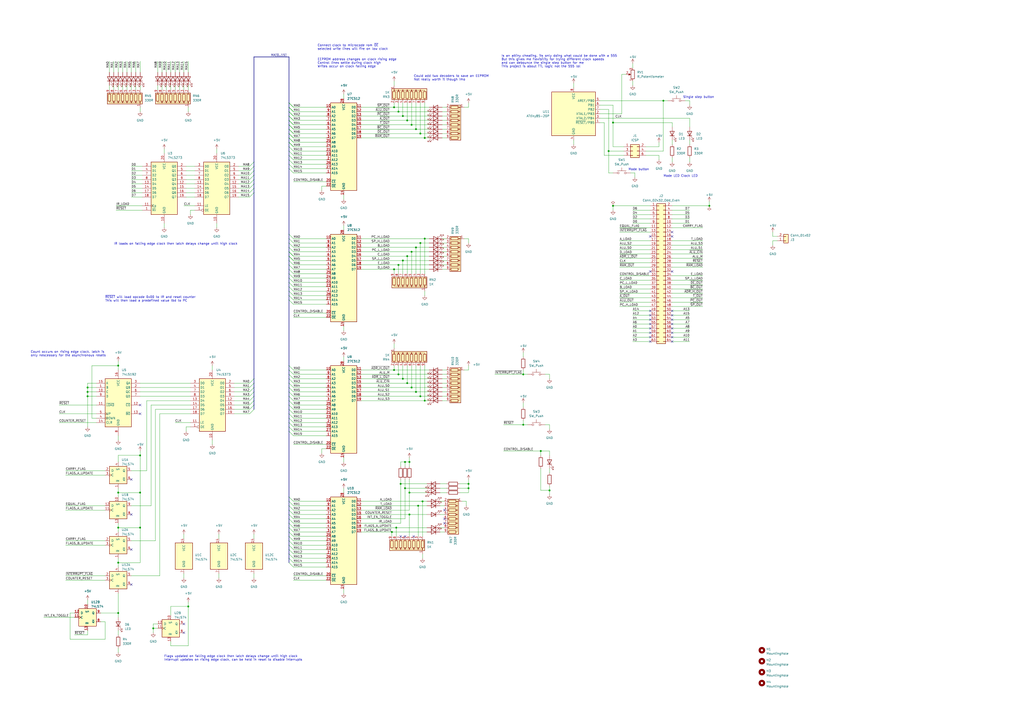
<source format=kicad_sch>
(kicad_sch (version 20230121) (generator eeschema)
  (paper "A2")
  (junction (at 68.58 212.09))
  (junction (at 355.6 71.12))
  (junction (at 238.76 72.39))
  (junction (at 68.58 355.6))
  (junction (at 303.53 217.17))
  (junction (at 228.6 156.21))
  (junction (at 246.38 232.41))
  (junction (at 236.22 148.59))
  (junction (at 236.22 222.25))
  (junction (at 88.9 364.49))
  (junction (at 234.95 267.97))
  (junction (at 232.41 280.67))
  (junction (at 234.95 283.21))
  (junction (at 68.58 326.39))
  (junction (at 231.14 64.77))
  (junction (at 233.68 219.71))
  (junction (at 246.38 80.01))
  (junction (at 237.49 298.45))
  (junction (at 68.58 285.75))
  (junction (at 50.8 227.33))
  (junction (at 241.3 227.33))
  (junction (at 81.28 264.16))
  (junction (at 238.76 224.79))
  (junction (at 228.6 62.23))
  (junction (at 109.22 351.79))
  (junction (at 271.78 283.21))
  (junction (at 245.11 290.83))
  (junction (at 384.81 58.42))
  (junction (at 81.28 285.75))
  (junction (at 243.84 229.87))
  (junction (at 246.38 138.43))
  (junction (at 50.8 229.87))
  (junction (at 355.6 119.38))
  (junction (at 68.58 306.07))
  (junction (at 81.28 306.07))
  (junction (at 233.68 67.31))
  (junction (at 271.78 280.67))
  (junction (at 50.8 224.79))
  (junction (at 227.33 308.61))
  (junction (at 241.3 74.93))
  (junction (at 313.69 261.62))
  (junction (at 411.48 119.38))
  (junction (at 353.06 87.63))
  (junction (at 237.49 285.75))
  (junction (at 236.22 69.85))
  (junction (at 229.87 306.07))
  (junction (at 233.68 151.13))
  (junction (at 241.3 143.51))
  (junction (at 228.6 214.63))
  (junction (at 303.53 246.38))
  (junction (at 243.84 77.47))
  (junction (at 237.49 267.97))
  (junction (at 318.77 284.48))
  (junction (at 231.14 217.17))
  (junction (at 243.84 140.97))
  (junction (at 231.14 153.67))
  (junction (at 238.76 146.05))
  (junction (at 242.57 293.37))
  (no_connect (at 377.19 180.34))
  (no_connect (at 377.19 193.04))
  (no_connect (at 389.89 190.5))
  (no_connect (at 389.89 157.48))
  (no_connect (at 240.03 311.15))
  (no_connect (at 257.81 300.99))
  (no_connect (at 377.19 187.96))
  (no_connect (at 234.95 311.15))
  (no_connect (at 257.81 295.91))
  (no_connect (at 377.19 198.12))
  (no_connect (at 81.28 240.03))
  (no_connect (at 81.28 234.95))
  (no_connect (at 106.68 361.95))
  (no_connect (at 389.89 195.58))
  (no_connect (at 106.68 367.03))
  (no_connect (at 389.89 182.88))
  (no_connect (at 389.89 193.04))
  (no_connect (at 377.19 190.5))
  (no_connect (at 389.89 137.16))
  (no_connect (at 377.19 195.58))
  (no_connect (at 232.41 311.15))
  (no_connect (at 389.89 198.12))
  (no_connect (at 76.2 339.09))
  (no_connect (at 389.89 187.96))
  (no_connect (at 389.89 180.34))
  (no_connect (at 76.2 318.77))
  (no_connect (at 257.81 303.53))
  (no_connect (at 76.2 278.13))
  (no_connect (at 76.2 298.45))
  (no_connect (at 389.89 185.42))
  (no_connect (at 389.89 134.62))
  (no_connect (at 377.19 185.42))
  (no_connect (at 377.19 157.48))
  (no_connect (at 377.19 137.16))
  (no_connect (at 377.19 182.88))
  (bus_entry (at 167.64 97.79) (size 2.54 2.54))
  (bus_entry (at 167.64 242.57) (size 2.54 2.54))
  (bus_entry (at 144.78 111.76) (size 2.54 -2.54))
  (bus_entry (at 170.18 227.33) (size -2.54 -2.54))
  (bus_entry (at 170.18 62.23) (size -2.54 -2.54))
  (bus_entry (at 170.18 242.57) (size -2.54 -2.54))
  (bus_entry (at 144.78 106.68) (size 2.54 -2.54))
  (bus_entry (at 170.18 229.87) (size -2.54 -2.54))
  (bus_entry (at 167.64 148.59) (size 2.54 2.54))
  (bus_entry (at 170.18 311.15) (size -2.54 -2.54))
  (bus_entry (at 170.18 217.17) (size -2.54 -2.54))
  (bus_entry (at 144.78 229.87) (size 2.54 -2.54))
  (bus_entry (at 144.78 227.33) (size 2.54 -2.54))
  (bus_entry (at 144.78 222.25) (size 2.54 -2.54))
  (bus_entry (at 144.78 224.79) (size 2.54 -2.54))
  (bus_entry (at 170.18 318.77) (size -2.54 -2.54))
  (bus_entry (at 170.18 67.31) (size -2.54 -2.54))
  (bus_entry (at 170.18 85.09) (size -2.54 -2.54))
  (bus_entry (at 167.64 245.11) (size 2.54 2.54))
  (bus_entry (at 170.18 140.97) (size -2.54 -2.54))
  (bus_entry (at 170.18 298.45) (size -2.54 -2.54))
  (bus_entry (at 167.64 318.77) (size 2.54 2.54))
  (bus_entry (at 170.18 240.03) (size -2.54 -2.54))
  (bus_entry (at 144.78 114.3) (size 2.54 -2.54))
  (bus_entry (at 170.18 69.85) (size -2.54 -2.54))
  (bus_entry (at 170.18 62.23) (size -2.54 -2.54))
  (bus_entry (at 167.64 153.67) (size 2.54 2.54))
  (bus_entry (at 167.64 95.25) (size 2.54 2.54))
  (bus_entry (at 170.18 234.95) (size -2.54 -2.54))
  (bus_entry (at 170.18 303.53) (size -2.54 -2.54))
  (bus_entry (at 170.18 224.79) (size -2.54 -2.54))
  (bus_entry (at 167.64 92.71) (size 2.54 2.54))
  (bus_entry (at 167.64 323.85) (size 2.54 2.54))
  (bus_entry (at 167.64 146.05) (size 2.54 2.54))
  (bus_entry (at 170.18 308.61) (size -2.54 -2.54))
  (bus_entry (at 170.18 148.59) (size -2.54 -2.54))
  (bus_entry (at 170.18 237.49) (size -2.54 -2.54))
  (bus_entry (at 144.78 109.22) (size 2.54 -2.54))
  (bus_entry (at 144.78 101.6) (size 2.54 -2.54))
  (bus_entry (at 170.18 77.47) (size -2.54 -2.54))
  (bus_entry (at 170.18 85.09) (size -2.54 -2.54))
  (bus_entry (at 170.18 163.83) (size -2.54 -2.54))
  (bus_entry (at 167.64 326.39) (size 2.54 2.54))
  (bus_entry (at 170.18 82.55) (size -2.54 -2.54))
  (bus_entry (at 170.18 151.13) (size -2.54 -2.54))
  (bus_entry (at 170.18 64.77) (size -2.54 -2.54))
  (bus_entry (at 170.18 80.01) (size -2.54 -2.54))
  (bus_entry (at 170.18 313.69) (size -2.54 -2.54))
  (bus_entry (at 170.18 219.71) (size -2.54 -2.54))
  (bus_entry (at 170.18 90.17) (size -2.54 -2.54))
  (bus_entry (at 167.64 143.51) (size 2.54 2.54))
  (bus_entry (at 170.18 295.91) (size -2.54 -2.54))
  (bus_entry (at 170.18 293.37) (size -2.54 -2.54))
  (bus_entry (at 167.64 140.97) (size 2.54 2.54))
  (bus_entry (at 170.18 74.93) (size -2.54 -2.54))
  (bus_entry (at 170.18 166.37) (size -2.54 -2.54))
  (bus_entry (at 170.18 82.55) (size -2.54 -2.54))
  (bus_entry (at 167.64 321.31) (size 2.54 2.54))
  (bus_entry (at 170.18 67.31) (size -2.54 -2.54))
  (bus_entry (at 167.64 250.19) (size 2.54 2.54))
  (bus_entry (at 144.78 99.06) (size 2.54 -2.54))
  (bus_entry (at 167.64 158.75) (size 2.54 2.54))
  (bus_entry (at 170.18 232.41) (size -2.54 -2.54))
  (bus_entry (at 170.18 72.39) (size -2.54 -2.54))
  (bus_entry (at 167.64 166.37) (size 2.54 2.54))
  (bus_entry (at 167.64 151.13) (size 2.54 2.54))
  (bus_entry (at 170.18 64.77) (size -2.54 -2.54))
  (bus_entry (at 170.18 138.43) (size -2.54 -2.54))
  (bus_entry (at 167.64 168.91) (size 2.54 2.54))
  (bus_entry (at 147.32 232.41) (size -2.54 2.54))
  (bus_entry (at 147.32 237.49) (size -2.54 2.54))
  (bus_entry (at 147.32 234.95) (size -2.54 2.54))
  (bus_entry (at 147.32 229.87) (size -2.54 2.54))
  (bus_entry (at 167.64 171.45) (size 2.54 2.54))
  (bus_entry (at 170.18 306.07) (size -2.54 -2.54))
  (bus_entry (at 170.18 87.63) (size -2.54 -2.54))
  (bus_entry (at 170.18 74.93) (size -2.54 -2.54))
  (bus_entry (at 144.78 104.14) (size 2.54 -2.54))
  (bus_entry (at 170.18 222.25) (size -2.54 -2.54))
  (bus_entry (at 170.18 72.39) (size -2.54 -2.54))
  (bus_entry (at 170.18 316.23) (size -2.54 -2.54))
  (bus_entry (at 167.64 173.99) (size 2.54 2.54))
  (bus_entry (at 144.78 96.52) (size 2.54 -2.54))
  (bus_entry (at 170.18 214.63) (size -2.54 -2.54))
  (bus_entry (at 170.18 77.47) (size -2.54 -2.54))
  (bus_entry (at 167.64 156.21) (size 2.54 2.54))
  (bus_entry (at 167.64 247.65) (size 2.54 2.54))
  (bus_entry (at 170.18 300.99) (size -2.54 -2.54))
  (bus_entry (at 170.18 290.83) (size -2.54 -2.54))
  (bus_entry (at 167.64 90.17) (size 2.54 2.54))
  (bus_entry (at 170.18 80.01) (size -2.54 -2.54))
  (bus_entry (at 170.18 69.85) (size -2.54 -2.54))
  (wire (pts (xy 95.25 86.36) (xy 95.25 88.9)))
  (bus (pts (xy 147.32 227.33) (xy 147.32 229.87)))
  (bus (pts (xy 147.32 111.76) (xy 147.32 219.71)))
  (wire (pts (xy 367.03 195.58) (xy 377.19 195.58)))
  (wire (pts (xy 92.71 240.03) (xy 92.71 334.01)))
  (wire (pts (xy 365.76 100.33) (xy 368.3 100.33)))
  (bus (pts (xy 167.64 153.67) (xy 167.64 156.21)))
  (wire (pts (xy 400.05 68.58) (xy 400.05 73.66)))
  (wire (pts (xy 199.39 265.43) (xy 199.39 267.97)))
  (wire (pts (xy 189.23 318.77) (xy 170.18 318.77)))
  (wire (pts (xy 367.03 182.88) (xy 377.19 182.88)))
  (wire (pts (xy 303.53 243.84) (xy 303.53 246.38)))
  (wire (pts (xy 43.18 368.3) (xy 50.8 368.3)))
  (wire (pts (xy 256.54 153.67) (xy 259.08 153.67)))
  (wire (pts (xy 389.89 91.44) (xy 389.89 93.98)))
  (wire (pts (xy 267.97 290.83) (xy 270.51 290.83)))
  (wire (pts (xy 66.04 49.53) (xy 66.04 52.07)))
  (wire (pts (xy 389.89 190.5) (xy 400.05 190.5)))
  (wire (pts (xy 236.22 222.25) (xy 236.22 212.09)))
  (wire (pts (xy 68.58 306.07) (xy 68.58 308.61)))
  (wire (pts (xy 189.23 176.53) (xy 170.18 176.53)))
  (wire (pts (xy 106.68 332.74) (xy 106.68 335.28)))
  (wire (pts (xy 389.89 71.12) (xy 389.89 73.66)))
  (wire (pts (xy 189.23 234.95) (xy 170.18 234.95)))
  (bus (pts (xy 167.64 173.99) (xy 167.64 212.09)))
  (wire (pts (xy 82.55 101.6) (xy 76.2 101.6)))
  (wire (pts (xy 189.23 295.91) (xy 170.18 295.91)))
  (wire (pts (xy 292.1 261.62) (xy 313.69 261.62)))
  (wire (pts (xy 389.89 154.94) (xy 407.67 154.94)))
  (wire (pts (xy 189.23 92.71) (xy 170.18 92.71)))
  (wire (pts (xy 189.23 100.33) (xy 170.18 100.33)))
  (wire (pts (xy 359.41 132.08) (xy 377.19 132.08)))
  (wire (pts (xy 189.23 300.99) (xy 170.18 300.99)))
  (wire (pts (xy 107.95 99.06) (xy 113.03 99.06)))
  (wire (pts (xy 363.22 43.18) (xy 360.68 43.18)))
  (wire (pts (xy 40.64 355.6) (xy 43.18 355.6)))
  (wire (pts (xy 256.54 143.51) (xy 259.08 143.51)))
  (wire (pts (xy 50.8 227.33) (xy 50.8 229.87)))
  (wire (pts (xy 359.41 149.86) (xy 377.19 149.86)))
  (wire (pts (xy 81.28 224.79) (xy 110.49 224.79)))
  (wire (pts (xy 242.57 293.37) (xy 247.65 293.37)))
  (bus (pts (xy 167.64 229.87) (xy 167.64 232.41)))
  (wire (pts (xy 189.23 217.17) (xy 170.18 217.17)))
  (wire (pts (xy 231.14 64.77) (xy 248.92 64.77)))
  (wire (pts (xy 232.41 280.67) (xy 232.41 303.53)))
  (wire (pts (xy 107.95 101.6) (xy 113.03 101.6)))
  (wire (pts (xy 374.65 85.09) (xy 382.27 85.09)))
  (wire (pts (xy 350.52 71.12) (xy 350.52 90.17)))
  (bus (pts (xy 167.64 138.43) (xy 167.64 140.97)))
  (wire (pts (xy 256.54 222.25) (xy 259.08 222.25)))
  (wire (pts (xy 189.23 64.77) (xy 170.18 64.77)))
  (wire (pts (xy 303.53 204.47) (xy 303.53 207.01)))
  (bus (pts (xy 167.64 87.63) (xy 167.64 90.17)))
  (wire (pts (xy 238.76 158.75) (xy 238.76 146.05)))
  (wire (pts (xy 138.43 99.06) (xy 144.78 99.06)))
  (wire (pts (xy 189.23 311.15) (xy 170.18 311.15)))
  (wire (pts (xy 359.41 170.18) (xy 377.19 170.18)))
  (wire (pts (xy 60.96 360.68) (xy 60.96 370.84)))
  (wire (pts (xy 101.6 35.56) (xy 101.6 41.91)))
  (wire (pts (xy 232.41 278.13) (xy 232.41 280.67)))
  (bus (pts (xy 167.64 163.83) (xy 167.64 166.37)))
  (wire (pts (xy 377.19 160.02) (xy 359.41 160.02)))
  (wire (pts (xy 209.55 148.59) (xy 236.22 148.59)))
  (bus (pts (xy 167.64 237.49) (xy 167.64 240.03)))
  (wire (pts (xy 76.2 49.53) (xy 76.2 52.07)))
  (wire (pts (xy 189.23 306.07) (xy 170.18 306.07)))
  (wire (pts (xy 38.1 334.01) (xy 60.96 334.01)))
  (wire (pts (xy 228.6 214.63) (xy 209.55 214.63)))
  (wire (pts (xy 189.23 168.91) (xy 170.18 168.91)))
  (wire (pts (xy 38.1 293.37) (xy 60.96 293.37)))
  (wire (pts (xy 147.32 309.88) (xy 147.32 312.42)))
  (wire (pts (xy 318.77 281.94) (xy 318.77 284.48)))
  (bus (pts (xy 147.32 99.06) (xy 147.32 101.6)))
  (wire (pts (xy 367.03 185.42) (xy 377.19 185.42)))
  (bus (pts (xy 147.32 234.95) (xy 147.32 237.49)))
  (wire (pts (xy 359.41 172.72) (xy 377.19 172.72)))
  (bus (pts (xy 167.64 300.99) (xy 167.64 303.53)))
  (wire (pts (xy 50.8 229.87) (xy 55.88 229.87)))
  (wire (pts (xy 209.55 232.41) (xy 246.38 232.41)))
  (wire (pts (xy 209.55 293.37) (xy 242.57 293.37)))
  (wire (pts (xy 107.95 96.52) (xy 113.03 96.52)))
  (wire (pts (xy 138.43 114.3) (xy 144.78 114.3)))
  (wire (pts (xy 303.53 246.38) (xy 306.07 246.38)))
  (wire (pts (xy 81.28 285.75) (xy 81.28 306.07)))
  (wire (pts (xy 189.23 80.01) (xy 170.18 80.01)))
  (wire (pts (xy 199.39 113.03) (xy 199.39 115.57)))
  (wire (pts (xy 355.6 71.12) (xy 355.6 85.09)))
  (bus (pts (xy 167.64 242.57) (xy 167.64 245.11)))
  (bus (pts (xy 167.64 67.31) (xy 167.64 69.85)))
  (wire (pts (xy 199.39 341.63) (xy 199.39 344.17)))
  (wire (pts (xy 68.58 285.75) (xy 81.28 285.75)))
  (wire (pts (xy 68.58 306.07) (xy 81.28 306.07)))
  (wire (pts (xy 353.06 63.5) (xy 353.06 87.63)))
  (wire (pts (xy 389.89 180.34) (xy 400.05 180.34)))
  (wire (pts (xy 189.23 87.63) (xy 170.18 87.63)))
  (wire (pts (xy 384.81 58.42) (xy 384.81 87.63)))
  (wire (pts (xy 73.66 35.56) (xy 73.66 41.91)))
  (bus (pts (xy 167.64 295.91) (xy 167.64 298.45)))
  (wire (pts (xy 389.89 81.28) (xy 389.89 83.82)))
  (bus (pts (xy 167.64 80.01) (xy 167.64 82.55)))
  (wire (pts (xy 189.23 97.79) (xy 170.18 97.79)))
  (wire (pts (xy 50.8 224.79) (xy 50.8 227.33)))
  (wire (pts (xy 389.89 132.08) (xy 407.67 132.08)))
  (wire (pts (xy 255.27 290.83) (xy 257.81 290.83)))
  (wire (pts (xy 209.55 80.01) (xy 246.38 80.01)))
  (bus (pts (xy 167.64 311.15) (xy 167.64 313.69)))
  (wire (pts (xy 241.3 74.93) (xy 248.92 74.93)))
  (wire (pts (xy 238.76 146.05) (xy 209.55 146.05)))
  (wire (pts (xy 138.43 111.76) (xy 144.78 111.76)))
  (wire (pts (xy 76.2 35.56) (xy 76.2 41.91)))
  (wire (pts (xy 245.11 290.83) (xy 247.65 290.83)))
  (wire (pts (xy 271.78 278.13) (xy 271.78 280.67)))
  (wire (pts (xy 242.57 311.15) (xy 242.57 293.37)))
  (wire (pts (xy 189.23 62.23) (xy 170.18 62.23)))
  (wire (pts (xy 189.23 143.51) (xy 170.18 143.51)))
  (wire (pts (xy 40.64 370.84) (xy 40.64 355.6)))
  (wire (pts (xy 189.23 138.43) (xy 170.18 138.43)))
  (wire (pts (xy 90.17 237.49) (xy 90.17 313.69)))
  (wire (pts (xy 241.3 143.51) (xy 241.3 158.75)))
  (wire (pts (xy 135.89 234.95) (xy 144.78 234.95)))
  (bus (pts (xy 167.64 151.13) (xy 167.64 153.67)))
  (wire (pts (xy 138.43 96.52) (xy 144.78 96.52)))
  (wire (pts (xy 88.9 367.03) (xy 88.9 364.49)))
  (wire (pts (xy 189.23 69.85) (xy 170.18 69.85)))
  (wire (pts (xy 374.65 90.17) (xy 382.27 90.17)))
  (wire (pts (xy 189.23 290.83) (xy 170.18 290.83)))
  (bus (pts (xy 167.64 214.63) (xy 167.64 217.17)))
  (wire (pts (xy 389.89 142.24) (xy 407.67 142.24)))
  (wire (pts (xy 237.49 285.75) (xy 247.65 285.75)))
  (bus (pts (xy 167.64 90.17) (xy 167.64 92.71)))
  (wire (pts (xy 355.6 119.38) (xy 355.6 121.92)))
  (wire (pts (xy 233.68 219.71) (xy 248.92 219.71)))
  (wire (pts (xy 353.06 100.33) (xy 355.6 100.33)))
  (wire (pts (xy 81.28 261.62) (xy 81.28 264.16)))
  (wire (pts (xy 255.27 283.21) (xy 259.08 283.21)))
  (wire (pts (xy 189.23 303.53) (xy 170.18 303.53)))
  (bus (pts (xy 167.64 245.11) (xy 167.64 247.65)))
  (wire (pts (xy 256.54 219.71) (xy 259.08 219.71)))
  (bus (pts (xy 167.64 171.45) (xy 167.64 173.99)))
  (wire (pts (xy 50.8 368.3) (xy 50.8 365.76)))
  (wire (pts (xy 199.39 283.21) (xy 199.39 285.75)))
  (wire (pts (xy 106.68 35.56) (xy 106.68 41.91)))
  (wire (pts (xy 347.98 63.5) (xy 353.06 63.5)))
  (bus (pts (xy 167.64 321.31) (xy 167.64 323.85)))
  (wire (pts (xy 228.6 214.63) (xy 248.92 214.63)))
  (wire (pts (xy 318.77 264.16) (xy 318.77 261.62)))
  (wire (pts (xy 170.18 181.61) (xy 189.23 181.61)))
  (wire (pts (xy 81.28 62.23) (xy 81.28 64.77)))
  (wire (pts (xy 68.58 35.56) (xy 68.58 41.91)))
  (bus (pts (xy 147.32 93.98) (xy 147.32 96.52)))
  (wire (pts (xy 199.39 54.61) (xy 199.39 57.15)))
  (wire (pts (xy 238.76 72.39) (xy 248.92 72.39)))
  (wire (pts (xy 237.49 265.43) (xy 237.49 267.97)))
  (bus (pts (xy 167.64 224.79) (xy 167.64 227.33)))
  (wire (pts (xy 55.88 222.25) (xy 50.8 222.25)))
  (wire (pts (xy 303.53 233.68) (xy 303.53 236.22)))
  (wire (pts (xy 243.84 77.47) (xy 209.55 77.47)))
  (bus (pts (xy 167.64 33.02) (xy 167.64 59.69)))
  (wire (pts (xy 227.33 308.61) (xy 247.65 308.61)))
  (wire (pts (xy 209.55 306.07) (xy 229.87 306.07)))
  (wire (pts (xy 87.63 234.95) (xy 110.49 234.95)))
  (wire (pts (xy 256.54 217.17) (xy 259.08 217.17)))
  (wire (pts (xy 236.22 148.59) (xy 248.92 148.59)))
  (wire (pts (xy 189.23 214.63) (xy 170.18 214.63)))
  (wire (pts (xy 38.1 316.23) (xy 60.96 316.23)))
  (wire (pts (xy 347.98 60.96) (xy 355.6 60.96)))
  (wire (pts (xy 236.22 148.59) (xy 236.22 158.75)))
  (wire (pts (xy 109.22 35.56) (xy 109.22 41.91)))
  (wire (pts (xy 88.9 361.95) (xy 88.9 364.49)))
  (wire (pts (xy 448.31 139.7) (xy 450.85 139.7)))
  (wire (pts (xy 243.84 140.97) (xy 209.55 140.97)))
  (wire (pts (xy 256.54 138.43) (xy 259.08 138.43)))
  (wire (pts (xy 228.6 49.53) (xy 228.6 46.99)))
  (wire (pts (xy 360.68 66.04) (xy 347.98 66.04)))
  (wire (pts (xy 138.43 106.68) (xy 144.78 106.68)))
  (wire (pts (xy 68.58 264.16) (xy 68.58 267.97)))
  (wire (pts (xy 68.58 212.09) (xy 68.58 214.63)))
  (wire (pts (xy 170.18 336.55) (xy 189.23 336.55)))
  (wire (pts (xy 234.95 267.97) (xy 234.95 270.51)))
  (wire (pts (xy 229.87 306.07) (xy 247.65 306.07)))
  (wire (pts (xy 233.68 67.31) (xy 209.55 67.31)))
  (wire (pts (xy 256.54 72.39) (xy 259.08 72.39)))
  (wire (pts (xy 99.06 374.65) (xy 99.06 372.11)))
  (wire (pts (xy 109.22 349.25) (xy 109.22 351.79)))
  (wire (pts (xy 34.29 240.03) (xy 55.88 240.03)))
  (wire (pts (xy 63.5 49.53) (xy 63.5 52.07)))
  (wire (pts (xy 107.95 109.22) (xy 113.03 109.22)))
  (wire (pts (xy 237.49 298.45) (xy 237.49 311.15)))
  (wire (pts (xy 234.95 283.21) (xy 234.95 300.99)))
  (wire (pts (xy 303.53 214.63) (xy 303.53 217.17)))
  (wire (pts (xy 377.19 198.12) (xy 367.03 198.12)))
  (wire (pts (xy 87.63 234.95) (xy 87.63 293.37)))
  (bus (pts (xy 167.64 323.85) (xy 167.64 326.39)))
  (wire (pts (xy 228.6 156.21) (xy 248.92 156.21)))
  (wire (pts (xy 359.41 134.62) (xy 377.19 134.62)))
  (bus (pts (xy 167.64 234.95) (xy 167.64 237.49)))
  (wire (pts (xy 186.69 107.95) (xy 189.23 107.95)))
  (wire (pts (xy 76.2 334.01) (xy 92.71 334.01)))
  (wire (pts (xy 287.02 217.17) (xy 303.53 217.17)))
  (bus (pts (xy 147.32 224.79) (xy 147.32 227.33)))
  (bus (pts (xy 167.64 247.65) (xy 167.64 250.19)))
  (wire (pts (xy 377.19 127) (xy 367.03 127)))
  (wire (pts (xy 237.49 295.91) (xy 237.49 285.75)))
  (wire (pts (xy 199.39 130.81) (xy 199.39 133.35)))
  (wire (pts (xy 256.54 64.77) (xy 259.08 64.77)))
  (wire (pts (xy 82.55 96.52) (xy 76.2 96.52)))
  (wire (pts (xy 38.1 336.55) (xy 60.96 336.55)))
  (wire (pts (xy 236.22 69.85) (xy 248.92 69.85)))
  (wire (pts (xy 189.23 161.29) (xy 170.18 161.29)))
  (wire (pts (xy 38.1 313.69) (xy 60.96 313.69)))
  (wire (pts (xy 68.58 283.21) (xy 68.58 285.75)))
  (wire (pts (xy 270.51 290.83) (xy 270.51 293.37)))
  (wire (pts (xy 93.98 49.53) (xy 93.98 52.07)))
  (wire (pts (xy 189.23 328.93) (xy 170.18 328.93)))
  (wire (pts (xy 367.03 46.99) (xy 367.03 49.53)))
  (wire (pts (xy 411.48 116.84) (xy 411.48 119.38)))
  (wire (pts (xy 123.19 255.27) (xy 123.19 257.81)))
  (wire (pts (xy 68.58 378.46) (xy 68.58 375.92)))
  (wire (pts (xy 123.19 214.63) (xy 123.19 212.09)))
  (wire (pts (xy 127 332.74) (xy 127 335.28)))
  (wire (pts (xy 269.24 62.23) (xy 271.78 62.23)))
  (wire (pts (xy 109.22 374.65) (xy 99.06 374.65)))
  (wire (pts (xy 400.05 121.92) (xy 389.89 121.92)))
  (bus (pts (xy 147.32 96.52) (xy 147.32 99.06)))
  (wire (pts (xy 189.23 163.83) (xy 170.18 163.83)))
  (wire (pts (xy 303.53 217.17) (xy 306.07 217.17)))
  (wire (pts (xy 232.41 280.67) (xy 247.65 280.67)))
  (wire (pts (xy 256.54 77.47) (xy 259.08 77.47)))
  (wire (pts (xy 127 309.88) (xy 127 312.42)))
  (wire (pts (xy 400.05 81.28) (xy 400.05 83.82)))
  (wire (pts (xy 255.27 306.07) (xy 257.81 306.07)))
  (wire (pts (xy 189.23 293.37) (xy 170.18 293.37)))
  (wire (pts (xy 232.41 270.51) (xy 232.41 267.97)))
  (wire (pts (xy 256.54 148.59) (xy 259.08 148.59)))
  (wire (pts (xy 243.84 77.47) (xy 248.92 77.47)))
  (wire (pts (xy 81.28 49.53) (xy 81.28 52.07)))
  (wire (pts (xy 271.78 59.69) (xy 271.78 62.23)))
  (wire (pts (xy 170.18 334.01) (xy 189.23 334.01)))
  (bus (pts (xy 167.64 59.69) (xy 167.64 62.23)))
  (wire (pts (xy 400.05 58.42) (xy 400.05 60.96)))
  (wire (pts (xy 110.49 121.92) (xy 110.49 124.46)))
  (wire (pts (xy 189.23 67.31) (xy 170.18 67.31)))
  (wire (pts (xy 189.23 140.97) (xy 170.18 140.97)))
  (wire (pts (xy 50.8 227.33) (xy 55.88 227.33)))
  (wire (pts (xy 255.27 293.37) (xy 257.81 293.37)))
  (wire (pts (xy 256.54 80.01) (xy 259.08 80.01)))
  (bus (pts (xy 167.64 318.77) (xy 167.64 321.31)))
  (wire (pts (xy 237.49 298.45) (xy 247.65 298.45)))
  (wire (pts (xy 106.68 119.38) (xy 113.03 119.38)))
  (wire (pts (xy 110.49 232.41) (xy 85.09 232.41)))
  (wire (pts (xy 389.89 147.32) (xy 407.67 147.32)))
  (bus (pts (xy 167.64 62.23) (xy 167.64 64.77)))
  (wire (pts (xy 135.89 222.25) (xy 144.78 222.25)))
  (bus (pts (xy 167.64 85.09) (xy 167.64 87.63)))
  (wire (pts (xy 389.89 119.38) (xy 411.48 119.38)))
  (wire (pts (xy 93.98 35.56) (xy 93.98 41.91)))
  (wire (pts (xy 209.55 69.85) (xy 236.22 69.85)))
  (bus (pts (xy 167.64 212.09) (xy 167.64 214.63)))
  (wire (pts (xy 236.22 222.25) (xy 248.92 222.25)))
  (wire (pts (xy 246.38 232.41) (xy 248.92 232.41)))
  (wire (pts (xy 238.76 72.39) (xy 209.55 72.39)))
  (wire (pts (xy 271.78 280.67) (xy 266.7 280.67)))
  (wire (pts (xy 107.95 114.3) (xy 113.03 114.3)))
  (wire (pts (xy 256.54 224.79) (xy 259.08 224.79)))
  (wire (pts (xy 256.54 140.97) (xy 259.08 140.97)))
  (wire (pts (xy 246.38 80.01) (xy 246.38 59.69)))
  (wire (pts (xy 99.06 351.79) (xy 109.22 351.79)))
  (bus (pts (xy 147.32 232.41) (xy 147.32 234.95)))
  (wire (pts (xy 355.6 119.38) (xy 377.19 119.38)))
  (wire (pts (xy 233.68 67.31) (xy 248.92 67.31)))
  (wire (pts (xy 209.55 138.43) (xy 246.38 138.43)))
  (wire (pts (xy 266.7 285.75) (xy 271.78 285.75)))
  (bus (pts (xy 147.32 101.6) (xy 147.32 104.14)))
  (wire (pts (xy 377.19 124.46) (xy 367.03 124.46)))
  (wire (pts (xy 359.41 167.64) (xy 377.19 167.64)))
  (wire (pts (xy 107.95 247.65) (xy 107.95 250.19)))
  (wire (pts (xy 236.22 69.85) (xy 236.22 59.69)))
  (wire (pts (xy 189.23 242.57) (xy 170.18 242.57)))
  (wire (pts (xy 189.23 232.41) (xy 170.18 232.41)))
  (bus (pts (xy 167.64 308.61) (xy 167.64 311.15)))
  (wire (pts (xy 271.78 212.09) (xy 271.78 214.63)))
  (wire (pts (xy 238.76 224.79) (xy 248.92 224.79)))
  (wire (pts (xy 400.05 127) (xy 389.89 127)))
  (wire (pts (xy 377.19 129.54) (xy 367.03 129.54)))
  (wire (pts (xy 243.84 229.87) (xy 209.55 229.87)))
  (wire (pts (xy 82.55 114.3) (xy 76.2 114.3)))
  (wire (pts (xy 318.77 284.48) (xy 313.69 284.48)))
  (bus (pts (xy 147.32 106.68) (xy 147.32 109.22)))
  (wire (pts (xy 228.6 62.23) (xy 209.55 62.23)))
  (wire (pts (xy 107.95 111.76) (xy 113.03 111.76)))
  (wire (pts (xy 228.6 201.93) (xy 228.6 199.39)))
  (bus (pts (xy 167.64 288.29) (xy 167.64 290.83)))
  (wire (pts (xy 81.28 306.07) (xy 81.28 326.39)))
  (wire (pts (xy 209.55 295.91) (xy 237.49 295.91)))
  (wire (pts (xy 109.22 351.79) (xy 109.22 374.65)))
  (bus (pts (xy 167.64 64.77) (xy 167.64 67.31)))
  (wire (pts (xy 246.38 232.41) (xy 246.38 212.09)))
  (wire (pts (xy 389.89 144.78) (xy 407.67 144.78)))
  (bus (pts (xy 167.64 72.39) (xy 167.64 74.93)))
  (wire (pts (xy 209.55 300.99) (xy 234.95 300.99)))
  (wire (pts (xy 189.23 229.87) (xy 170.18 229.87)))
  (wire (pts (xy 68.58 285.75) (xy 68.58 288.29)))
  (wire (pts (xy 400.05 91.44) (xy 400.05 93.98)))
  (wire (pts (xy 237.49 267.97) (xy 237.49 270.51)))
  (wire (pts (xy 38.1 273.05) (xy 60.96 273.05)))
  (wire (pts (xy 92.71 240.03) (xy 110.49 240.03)))
  (wire (pts (xy 233.68 151.13) (xy 209.55 151.13)))
  (wire (pts (xy 106.68 49.53) (xy 106.68 52.07)))
  (wire (pts (xy 96.52 35.56) (xy 96.52 41.91)))
  (wire (pts (xy 241.3 74.93) (xy 241.3 59.69)))
  (wire (pts (xy 68.58 365.76) (xy 68.58 368.3)))
  (bus (pts (xy 167.64 95.25) (xy 167.64 97.79)))
  (wire (pts (xy 199.39 189.23) (xy 199.39 191.77)))
  (wire (pts (xy 189.23 156.21) (xy 170.18 156.21)))
  (wire (pts (xy 58.42 355.6) (xy 68.58 355.6)))
  (wire (pts (xy 367.03 190.5) (xy 377.19 190.5)))
  (wire (pts (xy 189.23 222.25) (xy 170.18 222.25)))
  (wire (pts (xy 76.2 313.69) (xy 90.17 313.69)))
  (wire (pts (xy 228.6 59.69) (xy 228.6 62.23)))
  (wire (pts (xy 389.89 152.4) (xy 407.67 152.4)))
  (wire (pts (xy 189.23 151.13) (xy 170.18 151.13)))
  (wire (pts (xy 241.3 143.51) (xy 248.92 143.51)))
  (wire (pts (xy 318.77 217.17) (xy 318.77 219.71)))
  (wire (pts (xy 53.34 212.09) (xy 68.58 212.09)))
  (wire (pts (xy 50.8 347.98) (xy 50.8 350.52)))
  (wire (pts (xy 231.14 153.67) (xy 248.92 153.67)))
  (wire (pts (xy 189.23 153.67) (xy 170.18 153.67)))
  (wire (pts (xy 359.41 142.24) (xy 377.19 142.24)))
  (wire (pts (xy 138.43 101.6) (xy 144.78 101.6)))
  (wire (pts (xy 189.23 146.05) (xy 170.18 146.05)))
  (wire (pts (xy 359.41 144.78) (xy 377.19 144.78)))
  (wire (pts (xy 269.24 138.43) (xy 271.78 138.43)))
  (wire (pts (xy 209.55 303.53) (xy 232.41 303.53)))
  (wire (pts (xy 101.6 49.53) (xy 101.6 52.07)))
  (wire (pts (xy 350.52 90.17) (xy 361.95 90.17)))
  (wire (pts (xy 189.23 308.61) (xy 170.18 308.61)))
  (wire (pts (xy 189.23 82.55) (xy 170.18 82.55)))
  (wire (pts (xy 255.27 298.45) (xy 257.81 298.45)))
  (wire (pts (xy 71.12 49.53) (xy 71.12 52.07)))
  (wire (pts (xy 109.22 62.23) (xy 109.22 64.77)))
  (wire (pts (xy 377.19 121.92) (xy 367.03 121.92)))
  (wire (pts (xy 189.23 173.99) (xy 170.18 173.99)))
  (wire (pts (xy 53.34 242.57) (xy 53.34 212.09)))
  (wire (pts (xy 245.11 321.31) (xy 245.11 323.85)))
  (bus (pts (xy 167.64 146.05) (xy 167.64 148.59)))
  (wire (pts (xy 332.74 81.28) (xy 332.74 83.82)))
  (bus (pts (xy 167.64 227.33) (xy 167.64 229.87)))
  (wire (pts (xy 243.84 140.97) (xy 248.92 140.97)))
  (wire (pts (xy 91.44 49.53) (xy 91.44 52.07)))
  (wire (pts (xy 256.54 67.31) (xy 259.08 67.31)))
  (wire (pts (xy 389.89 170.18) (xy 407.67 170.18)))
  (wire (pts (xy 241.3 227.33) (xy 241.3 212.09)))
  (wire (pts (xy 228.6 156.21) (xy 209.55 156.21)))
  (wire (pts (xy 389.89 195.58) (xy 400.05 195.58)))
  (wire (pts (xy 228.6 158.75) (xy 228.6 156.21)))
  (wire (pts (xy 231.14 217.17) (xy 231.14 212.09)))
  (bus (pts (xy 147.32 109.22) (xy 147.32 111.76)))
  (wire (pts (xy 99.06 35.56) (xy 99.06 41.91)))
  (wire (pts (xy 234.95 278.13) (xy 234.95 283.21)))
  (wire (pts (xy 233.68 212.09) (xy 233.68 219.71)))
  (bus (pts (xy 167.64 316.23) (xy 167.64 318.77)))
  (wire (pts (xy 199.39 207.01) (xy 199.39 209.55)))
  (wire (pts (xy 68.58 303.53) (xy 68.58 306.07)))
  (wire (pts (xy 233.68 158.75) (xy 233.68 151.13)))
  (wire (pts (xy 209.55 153.67) (xy 231.14 153.67)))
  (wire (pts (xy 255.27 285.75) (xy 259.08 285.75)))
  (wire (pts (xy 256.54 151.13) (xy 259.08 151.13)))
  (wire (pts (xy 368.3 100.33) (xy 368.3 102.87)))
  (wire (pts (xy 68.58 49.53) (xy 68.58 52.07)))
  (wire (pts (xy 389.89 193.04) (xy 400.05 193.04)))
  (wire (pts (xy 407.67 172.72) (xy 389.89 172.72)))
  (wire (pts (xy 189.23 247.65) (xy 170.18 247.65)))
  (wire (pts (xy 85.09 232.41) (xy 85.09 273.05)))
  (wire (pts (xy 138.43 104.14) (xy 144.78 104.14)))
  (wire (pts (xy 135.89 229.87) (xy 144.78 229.87)))
  (wire (pts (xy 234.95 283.21) (xy 247.65 283.21)))
  (wire (pts (xy 271.78 283.21) (xy 271.78 280.67)))
  (wire (pts (xy 209.55 143.51) (xy 241.3 143.51)))
  (wire (pts (xy 389.89 185.42) (xy 400.05 185.42)))
  (wire (pts (xy 96.52 49.53) (xy 96.52 52.07)))
  (wire (pts (xy 237.49 267.97) (xy 234.95 267.97)))
  (wire (pts (xy 38.1 275.59) (xy 60.96 275.59)))
  (bus (pts (xy 147.32 104.14) (xy 147.32 106.68)))
  (wire (pts (xy 189.23 240.03) (xy 170.18 240.03)))
  (wire (pts (xy 189.23 316.23) (xy 170.18 316.23)))
  (wire (pts (xy 389.89 165.1) (xy 407.67 165.1)))
  (wire (pts (xy 359.41 154.94) (xy 377.19 154.94)))
  (wire (pts (xy 256.54 232.41) (xy 259.08 232.41)))
  (wire (pts (xy 256.54 227.33) (xy 259.08 227.33)))
  (bus (pts (xy 167.64 148.59) (xy 167.64 151.13)))
  (wire (pts (xy 255.27 280.67) (xy 259.08 280.67)))
  (wire (pts (xy 138.43 109.22) (xy 144.78 109.22)))
  (wire (pts (xy 189.23 166.37) (xy 170.18 166.37)))
  (wire (pts (xy 99.06 356.87) (xy 99.06 351.79)))
  (wire (pts (xy 359.41 152.4) (xy 377.19 152.4)))
  (wire (pts (xy 189.23 85.09) (xy 170.18 85.09)))
  (wire (pts (xy 359.41 139.7) (xy 377.19 139.7)))
  (wire (pts (xy 189.23 77.47) (xy 170.18 77.47)))
  (bus (pts (xy 167.64 156.21) (xy 167.64 158.75)))
  (wire (pts (xy 209.55 227.33) (xy 241.3 227.33)))
  (wire (pts (xy 256.54 229.87) (xy 259.08 229.87)))
  (wire (pts (xy 377.19 193.04) (xy 367.03 193.04)))
  (wire (pts (xy 367.03 36.83) (xy 367.03 39.37)))
  (wire (pts (xy 246.38 168.91) (xy 246.38 171.45)))
  (wire (pts (xy 231.14 153.67) (xy 231.14 158.75)))
  (wire (pts (xy 60.96 370.84) (xy 40.64 370.84)))
  (wire (pts (xy 271.78 138.43) (xy 271.78 140.97)))
  (wire (pts (xy 359.41 162.56) (xy 377.19 162.56)))
  (wire (pts (xy 227.33 311.15) (xy 227.33 308.61)))
  (wire (pts (xy 107.95 104.14) (xy 113.03 104.14)))
  (wire (pts (xy 81.28 326.39) (xy 68.58 326.39)))
  (wire (pts (xy 256.54 62.23) (xy 259.08 62.23)))
  (wire (pts (xy 389.89 162.56) (xy 407.67 162.56)))
  (bus (pts (xy 167.64 293.37) (xy 167.64 295.91)))
  (wire (pts (xy 231.14 64.77) (xy 231.14 59.69)))
  (wire (pts (xy 353.06 87.63) (xy 361.95 87.63)))
  (wire (pts (xy 82.55 104.14) (xy 76.2 104.14)))
  (wire (pts (xy 38.1 295.91) (xy 60.96 295.91)))
  (wire (pts (xy 68.58 326.39) (xy 68.58 328.93)))
  (wire (pts (xy 389.89 139.7) (xy 407.67 139.7)))
  (bus (pts (xy 147.32 33.02) (xy 167.64 33.02)))
  (wire (pts (xy 67.31 119.38) (xy 82.55 119.38)))
  (wire (pts (xy 313.69 271.78) (xy 313.69 284.48)))
  (wire (pts (xy 318.77 271.78) (xy 318.77 274.32)))
  (wire (pts (xy 110.49 237.49) (xy 90.17 237.49)))
  (wire (pts (xy 34.29 234.95) (xy 55.88 234.95)))
  (wire (pts (xy 241.3 227.33) (xy 248.92 227.33)))
  (wire (pts (xy 170.18 105.41) (xy 189.23 105.41)))
  (wire (pts (xy 448.31 139.7) (xy 448.31 142.24)))
  (wire (pts (xy 88.9 364.49) (xy 91.44 364.49)))
  (bus (pts (xy 167.64 140.97) (xy 167.64 143.51)))
  (bus (pts (xy 167.64 92.71) (xy 167.64 95.25)))
  (wire (pts (xy 189.23 224.79) (xy 170.18 224.79)))
  (wire (pts (xy 81.28 227.33) (xy 110.49 227.33)))
  (wire (pts (xy 189.23 237.49) (xy 170.18 237.49)))
  (wire (pts (xy 389.89 198.12) (xy 400.05 198.12)))
  (wire (pts (xy 367.03 180.34) (xy 377.19 180.34)))
  (wire (pts (xy 292.1 246.38) (xy 303.53 246.38)))
  (wire (pts (xy 269.24 214.63) (xy 271.78 214.63)))
  (wire (pts (xy 186.69 260.35) (xy 186.69 262.89)))
  (wire (pts (xy 71.12 35.56) (xy 71.12 41.91)))
  (bus (pts (xy 167.64 161.29) (xy 167.64 163.83)))
  (wire (pts (xy 189.23 72.39) (xy 170.18 72.39)))
  (wire (pts (xy 107.95 106.68) (xy 113.03 106.68)))
  (wire (pts (xy 101.6 245.11) (xy 110.49 245.11)))
  (wire (pts (xy 189.23 326.39) (xy 170.18 326.39)))
  (wire (pts (xy 389.89 167.64) (xy 407.67 167.64)))
  (bus (pts (xy 167.64 240.03) (xy 167.64 242.57)))
  (wire (pts (xy 189.23 90.17) (xy 170.18 90.17)))
  (wire (pts (xy 107.95 247.65) (xy 110.49 247.65)))
  (wire (pts (xy 355.6 85.09) (xy 361.95 85.09)))
  (wire (pts (xy 237.49 285.75) (xy 237.49 278.13)))
  (wire (pts (xy 109.22 49.53) (xy 109.22 52.07)))
  (wire (pts (xy 110.49 121.92) (xy 113.03 121.92)))
  (wire (pts (xy 316.23 217.17) (xy 318.77 217.17)))
  (wire (pts (xy 256.54 74.93) (xy 259.08 74.93)))
  (bus (pts (xy 147.32 229.87) (xy 147.32 232.41)))
  (wire (pts (xy 316.23 246.38) (xy 318.77 246.38)))
  (wire (pts (xy 50.8 229.87) (xy 50.8 247.65)))
  (wire (pts (xy 186.69 107.95) (xy 186.69 110.49)))
  (wire (pts (xy 34.29 245.11) (xy 55.88 245.11)))
  (wire (pts (xy 359.41 147.32) (xy 377.19 147.32)))
  (wire (pts (xy 147.32 332.74) (xy 147.32 335.28)))
  (wire (pts (xy 189.23 148.59) (xy 170.18 148.59)))
  (bus (pts (xy 167.64 290.83) (xy 167.64 293.37)))
  (wire (pts (xy 374.65 87.63) (xy 384.81 87.63)))
  (wire (pts (xy 243.84 229.87) (xy 248.92 229.87)))
  (wire (pts (xy 78.74 49.53) (xy 78.74 52.07)))
  (wire (pts (xy 66.04 35.56) (xy 66.04 41.91)))
  (wire (pts (xy 256.54 146.05) (xy 259.08 146.05)))
  (wire (pts (xy 359.41 177.8) (xy 377.19 177.8)))
  (wire (pts (xy 347.98 71.12) (xy 350.52 71.12)))
  (wire (pts (xy 389.89 175.26) (xy 407.67 175.26)))
  (wire (pts (xy 135.89 224.79) (xy 144.78 224.79)))
  (wire (pts (xy 87.63 293.37) (xy 76.2 293.37)))
  (wire (pts (xy 233.68 59.69) (xy 233.68 67.31)))
  (wire (pts (xy 347.98 58.42) (xy 384.81 58.42)))
  (wire (pts (xy 50.8 222.25) (xy 50.8 224.79)))
  (wire (pts (xy 186.69 260.35) (xy 189.23 260.35)))
  (wire (pts (xy 73.66 49.53) (xy 73.66 52.07)))
  (wire (pts (xy 384.81 58.42) (xy 387.35 58.42)))
  (wire (pts (xy 382.27 82.55) (xy 382.27 85.09)))
  (bus (pts (xy 167.64 219.71) (xy 167.64 222.25)))
  (wire (pts (xy 271.78 285.75) (xy 271.78 283.21)))
  (wire (pts (xy 189.23 227.33) (xy 170.18 227.33)))
  (wire (pts (xy 233.68 151.13) (xy 248.92 151.13)))
  (wire (pts (xy 359.41 165.1) (xy 377.19 165.1)))
  (wire (pts (xy 95.25 129.54) (xy 95.25 132.08)))
  (wire (pts (xy 82.55 99.06) (xy 76.2 99.06)))
  (bus (pts (xy 167.64 222.25) (xy 167.64 224.79)))
  (wire (pts (xy 189.23 321.31) (xy 170.18 321.31)))
  (wire (pts (xy 81.28 222.25) (xy 110.49 222.25)))
  (wire (pts (xy 347.98 68.58) (xy 400.05 68.58)))
  (wire (pts (xy 313.69 264.16) (xy 313.69 261.62)))
  (wire (pts (xy 382.27 90.17) (xy 382.27 92.71)))
  (wire (pts (xy 246.38 138.43) (xy 246.38 158.75)))
  (wire (pts (xy 81.28 229.87) (xy 110.49 229.87)))
  (wire (pts (xy 99.06 49.53) (xy 99.06 52.07)))
  (wire (pts (xy 367.03 187.96) (xy 377.19 187.96)))
  (wire (pts (xy 389.89 187.96) (xy 400.05 187.96)))
  (bus (pts (xy 167.64 313.69) (xy 167.64 316.23)))
  (wire (pts (xy 81.28 35.56) (xy 81.28 41.91)))
  (wire (pts (xy 189.23 298.45) (xy 170.18 298.45)))
  (wire (pts (xy 238.76 212.09) (xy 238.76 224.79)))
  (wire (pts (xy 209.55 74.93) (xy 241.3 74.93)))
  (wire (pts (xy 82.55 106.68) (xy 76.2 106.68)))
  (wire (pts (xy 238.76 59.69) (xy 238.76 72.39)))
  (wire (pts (xy 397.51 58.42) (xy 400.05 58.42)))
  (bus (pts (xy 167.64 232.41) (xy 167.64 234.95)))
  (wire (pts (xy 245.11 290.83) (xy 245.11 311.15)))
  (wire (pts (xy 209.55 290.83) (xy 245.11 290.83)))
  (wire (pts (xy 256.54 156.21) (xy 259.08 156.21)))
  (wire (pts (xy 68.58 209.55) (xy 68.58 212.09)))
  (wire (pts (xy 82.55 111.76) (xy 76.2 111.76)))
  (wire (pts (xy 189.23 323.85) (xy 170.18 323.85)))
  (bus (pts (xy 147.32 33.02) (xy 147.32 93.98)))
  (bus (pts (xy 167.64 97.79) (xy 167.64 135.89)))
  (wire (pts (xy 448.31 134.62) (xy 448.31 137.16)))
  (bus (pts (xy 167.64 82.55) (xy 167.64 85.09)))
  (wire (pts (xy 135.89 237.49) (xy 144.78 237.49)))
  (wire (pts (xy 318.77 284.48) (xy 318.77 287.02)))
  (bus (pts (xy 167.64 217.17) (xy 167.64 219.71)))
  (wire (pts (xy 63.5 35.56) (xy 63.5 41.91)))
  (wire (pts (xy 82.55 109.22) (xy 76.2 109.22)))
  (wire (pts (xy 189.23 313.69) (xy 170.18 313.69)))
  (bus (pts (xy 167.64 166.37) (xy 167.64 168.91)))
  (wire (pts (xy 85.09 273.05) (xy 76.2 273.05)))
  (wire (pts (xy 318.77 261.62) (xy 313.69 261.62)))
  (wire (pts (xy 58.42 360.68) (xy 60.96 360.68)))
  (wire (pts (xy 400.05 124.46) (xy 389.89 124.46)))
  (bus (pts (xy 167.64 143.51) (xy 167.64 146.05)))
  (wire (pts (xy 256.54 69.85) (xy 259.08 69.85)))
  (wire (pts (xy 246.38 138.43) (xy 248.92 138.43)))
  (wire (pts (xy 238.76 146.05) (xy 248.92 146.05)))
  (wire (pts (xy 189.23 245.11) (xy 170.18 245.11)))
  (wire (pts (xy 189.23 250.19) (xy 170.18 250.19)))
  (bus (pts (xy 167.64 135.89) (xy 167.64 138.43)))
  (wire (pts (xy 209.55 308.61) (xy 227.33 308.61)))
  (bus (pts (xy 167.64 158.75) (xy 167.64 161.29)))
  (wire (pts (xy 68.58 323.85) (xy 68.58 326.39)))
  (wire (pts (xy 360.68 43.18) (xy 360.68 66.04)))
  (wire (pts (xy 82.55 121.92) (xy 67.31 121.92)))
  (wire (pts (xy 50.8 224.79) (xy 55.88 224.79)))
  (wire (pts (xy 189.23 171.45) (xy 170.18 171.45)))
  (bus (pts (xy 167.64 303.53) (xy 167.64 306.07)))
  (wire (pts (xy 232.41 267.97) (xy 234.95 267.97)))
  (wire (pts (xy 229.87 306.07) (xy 229.87 311.15)))
  (wire (pts (xy 68.58 355.6) (xy 68.58 358.14)))
  (wire (pts (xy 68.58 344.17) (xy 68.58 355.6)))
  (bus (pts (xy 167.64 74.93) (xy 167.64 77.47)))
  (wire (pts (xy 359.41 175.26) (xy 377.19 175.26)))
  (wire (pts (xy 209.55 222.25) (xy 236.22 222.25)))
  (wire (pts (xy 189.23 158.75) (xy 170.18 158.75)))
  (wire (pts (xy 318.77 246.38) (xy 318.77 248.92)))
  (wire (pts (xy 243.84 158.75) (xy 243.84 140.97)))
  (wire (pts (xy 55.88 242.57) (xy 53.34 242.57)))
  (wire (pts (xy 189.23 74.93) (xy 170.18 74.93)))
  (wire (pts (xy 135.89 240.03) (xy 144.78 240.03)))
  (wire (pts (xy 209.55 64.77) (xy 231.14 64.77)))
  (wire (pts (xy 243.84 212.09) (xy 243.84 229.87)))
  (wire (pts (xy 91.44 35.56) (xy 91.44 41.91)))
  (wire (pts (xy 228.6 62.23) (xy 248.92 62.23)))
  (wire (pts (xy 209.55 217.17) (xy 231.14 217.17)))
  (wire (pts (xy 189.23 95.25) (xy 170.18 95.25)))
  (bus (pts (xy 167.64 306.07) (xy 167.64 308.61)))
  (wire (pts (xy 256.54 214.63) (xy 259.08 214.63)))
  (wire (pts (xy 170.18 184.15) (xy 189.23 184.15)))
  (wire (pts (xy 68.58 252.73) (xy 68.58 255.27)))
  (wire (pts (xy 355.6 60.96) (xy 355.6 71.12)))
  (wire (pts (xy 448.31 137.16) (xy 450.85 137.16)))
  (wire (pts (xy 104.14 35.56) (xy 104.14 41.91)))
  (wire (pts (xy 135.89 227.33) (xy 144.78 227.33)))
  (wire (pts (xy 246.38 80.01) (xy 248.92 80.01)))
  (wire (pts (xy 233.68 219.71) (xy 209.55 219.71)))
  (wire (pts (xy 81.28 264.16) (xy 81.28 285.75)))
  (wire (pts (xy 400.05 129.54) (xy 389.89 129.54)))
  (wire (pts (xy 189.23 219.71) (xy 170.18 219.71)))
  (bus (pts (xy 147.32 219.71) (xy 147.32 222.25)))
  (wire (pts (xy 125.73 129.54) (xy 125.73 132.08)))
  (bus (pts (xy 147.32 222.25) (xy 147.32 224.79)))
  (wire (pts (xy 266.7 283.21) (xy 271.78 283.21)))
  (wire (pts (xy 389.89 177.8) (xy 407.67 177.8)))
  (wire (pts (xy 189.23 252.73) (xy 170.18 252.73)))
  (wire (pts (xy 231.14 217.17) (xy 248.92 217.17)))
  (bus (pts (xy 167.64 69.85) (xy 167.64 72.39)))
  (wire (pts (xy 25.4 358.14) (xy 43.18 358.14)))
  (wire (pts (xy 389.89 149.86) (xy 407.67 149.86)))
  (wire (pts (xy 125.73 86.36) (xy 125.73 88.9)))
  (wire (pts (xy 88.9 361.95) (xy 91.44 361.95)))
  (wire (pts (xy 170.18 257.81) (xy 189.23 257.81)))
  (wire (pts (xy 106.68 309.88) (xy 106.68 312.42)))
  (wire (pts (xy 78.74 35.56) (xy 78.74 41.91)))
  (wire (pts (xy 255.27 308.61) (xy 257.81 308.61)))
  (wire (pts (xy 389.89 182.88) (xy 400.05 182.88)))
  (wire (pts (xy 332.74 48.26) (xy 332.74 50.8)))
  (bus (pts (xy 167.64 250.19) (xy 167.64 288.29)))
  (wire (pts (xy 228.6 212.09) (xy 228.6 214.63)))
  (bus (pts (xy 167.64 298.45) (xy 167.64 300.99)))
  (bus (pts (xy 167.64 168.91) (xy 167.64 171.45)))
  (wire (pts (xy 238.76 224.79) (xy 209.55 224.79)))
  (wire (pts (xy 104.14 49.53) (xy 104.14 52.07)))
  (wire (pts (xy 353.06 87.63) (xy 353.06 100.33)))
  (wire (pts (xy 209.55 298.45) (xy 237.49 298.45)))
  (wire (pts (xy 135.89 232.41) (xy 144.78 232.41)))
  (wire (pts (xy 243.84 59.69) (xy 243.84 77.47)))
  (wire (pts (xy 389.89 160.02) (xy 407.67 160.02)))
  (wire (pts (xy 355.6 71.12) (xy 389.89 71.12)))
  (bus (pts (xy 167.64 77.47) (xy 167.64 80.01)))
  (wire (pts (xy 81.28 264.16) (xy 68.58 264.16)))
  (text "~{RESET} will load opcode 0x00 to IR and reset counter\nThis will then load a predefined value tbd to PC" (at 60.96 175.26 0) (effects (font (size 1.27 1.27)) (justify left bottom)))
  (text "EEPROM address changes on clock rising edge\nControl lines settle during clock high\nWrites occur on clock falling edge" (at 184.15 39.37 0) (effects (font (size 1.27 1.27)) (justify left bottom)))
  (text "Is an attiny cheating, its only doing what could be done with a 555\nBut this gives me flexibility for trying different clock speeds\nand can debounce the single step button for me\nThis project is about TTL logic not the 555 lol" (at 290.83 39.37 0) (effects (font (size 1.27 1.27)) (justify left bottom)))
  (text "Connect clock to microcode rom ~{OE} \nselected write lines will fire on low clock" (at 184.15 29.21 0) (effects (font (size 1.27 1.27)) (justify left bottom)))
  (text "Mode button" (at 364.49 99.06 0) (effects (font (size 1.27 1.27)) (justify left bottom)))
  (text "Flags updated on falling edge clock then latch delays change until high clock\nInterrupt updates on rising edge clock, can be held in reset to disable interrupts" (at 95.25 383.54 0) (effects (font (size 1.27 1.27)) (justify left bottom)))
  (text "Could add two decoders to save an EEPROM\nNot really worth it though imo" (at 240.03 46.99 0) (effects (font (size 1.27 1.27)) (justify left bottom)))
  (text "Single step button" (at 396.24 57.15 0) (effects (font (size 1.27 1.27)) (justify left bottom)))
  (text "Mode LED" (at 384.81 102.87 0) (effects (font (size 1.27 1.27)) (justify left bottom)))
  (text "IR loads on falling edge clock then latch delays change until high clock" (at 66.04 142.24 0) (effects (font (size 1.27 1.27)) (justify left bottom)))
  (text "Clock LED" (at 394.97 102.87 0) (effects (font (size 1.27 1.27)) (justify left bottom)))
  (text "Count occurs on rising edge clock, latch is \nonly nescessary for the asynchronous resets" (at 17.78 207.01 0) (effects (font (size 1.27 1.27)) (justify left bottom)))
  (label "~{A_OUT}" (at 226.06 69.85 180))
  (label "MA8" (at 144.78 96.52 180))
  (label "A14" (at 367.03 180.34 0))
  (label "MA11" (at 170.18 318.77 0))
  (label "MA10" (at 170.18 316.23 0))
  (label "D4" (at 367.03 124.46 0))
  (label "MA13" (at 144.78 109.22 180))
  (label "CLK" (at 101.6 245.11 0))
  (label "A1" (at 367.03 193.04 0))
  (label "MA12" (at 101.6 35.56 270))
  (label "COUNTER_RESET" (at 38.1 336.55 0))
  (label "D2" (at 76.2 101.6 0))
  (label "MA15" (at 170.18 252.73 0))
  (label "~{ADR_H_OUT}" (at 407.67 170.18 180))
  (label "MA1" (at 170.18 64.77 0))
  (label "INT_EN_TOGGLE" (at 25.4 358.14 0))
  (label "IR_LOAD" (at 227.33 303.53 180))
  (label "MA5" (at 170.18 74.93 0))
  (label "MA15" (at 170.18 328.93 0))
  (label "MA7" (at 170.18 156.21 0))
  (label "~{DE_OUT}" (at 226.06 77.47 180))
  (label "D0" (at 76.2 96.52 0))
  (label "ALU_S3" (at 407.67 142.24 180))
  (label "B_LOAD" (at 226.06 143.51 180))
  (label "PC_H_LOAD" (at 226.06 138.43 180))
  (label "COUNTER_RESET" (at 34.29 245.11 0))
  (label "CLK" (at 34.29 240.03 0))
  (label "CARRY_FLAG" (at 407.67 132.08 180))
  (label "~{ALU_CIN}" (at 407.67 147.32 180))
  (label "CONTROL_DISABLE" (at 170.18 105.41 0))
  (label "~{INTERRUPT_FLAG}" (at 359.41 134.62 0))
  (label "C_LOAD" (at 226.06 148.59 180))
  (label "MA11" (at 99.06 35.56 270))
  (label "A11" (at 400.05 198.12 180))
  (label "MA0" (at 170.18 62.23 0))
  (label "D3" (at 400.05 127 180))
  (label "MA11" (at 170.18 166.37 0))
  (label "~{INTERRUPT_FLAG}" (at 38.1 334.01 0))
  (label "MA10" (at 96.52 35.56 270))
  (label "SP_H_LOAD" (at 226.06 140.97 180))
  (label "~{RESET}" (at 34.29 234.95 0))
  (label "~{ALU_OUT}" (at 226.06 64.77 180))
  (label "D5" (at 400.05 124.46 180))
  (label "A9" (at 400.05 193.04 180))
  (label "INT_EN_TOGGLE" (at 227.33 300.99 180))
  (label "A0" (at 367.03 190.5 0))
  (label "MA10" (at 170.18 163.83 0))
  (label "MA11" (at 170.18 242.57 0))
  (label "A7" (at 400.05 187.96 180))
  (label "MA0" (at 170.18 290.83 0))
  (label "MA4" (at 170.18 224.79 0))
  (label "CLK" (at 360.68 68.58 180))
  (label "CONTROL_DISABLE" (at 170.18 181.61 0))
  (label "~{T_OUT}" (at 226.06 72.39 180))
  (label "CONTROL_DISABLE" (at 292.1 261.62 0))
  (label "~{ADR_H_OUT}" (at 226.06 214.63 180))
  (label "CONTROL_DISABLE" (at 170.18 334.01 0))
  (label "CLK" (at 359.41 152.4 0))
  (label "T_LOAD" (at 407.67 139.7 180))
  (label "CLK" (at 170.18 184.15 0))
  (label "CLK" (at 106.68 119.38 0))
  (label "MA0" (at 144.78 222.25 180))
  (label "~{RAM_LOAD}" (at 407.67 154.94 180))
  (label "MA5" (at 144.78 234.95 180))
  (label "MA7" (at 170.18 80.01 0))
  (label "SP_L_LOAD" (at 226.06 151.13 180))
  (label "MA12" (at 144.78 106.68 180))
  (label "A8" (at 400.05 190.5 180))
  (label "MA0" (at 170.18 138.43 0))
  (label "~{BC_OUT}" (at 226.06 74.93 180))
  (label "~{PC_OUT}" (at 407.67 175.26 180))
  (label "CARRY_FLAG" (at 38.1 273.05 0))
  (label "MA8" (at 170.18 311.15 0))
  (label "MA3" (at 144.78 229.87 180))
  (label "MA14" (at 170.18 250.19 0))
  (label "~{RESET}" (at 43.18 368.3 0))
  (label "~{RESET}" (at 67.31 121.92 0))
  (label "D7" (at 400.05 121.92 180))
  (label "MA11" (at 144.78 104.14 180))
  (label "D7" (at 76.2 114.3 0))
  (label "~{RAM_LOAD}" (at 227.33 295.91 180))
  (label "~{ADR_L_OUT}" (at 359.41 149.86 0))
  (label "~{ADR_L_OUT}" (at 226.06 219.71 180))
  (label "MA11" (at 170.18 90.17 0))
  (label "D3" (at 76.2 104.14 0))
  (label "MA3" (at 170.18 298.45 0))
  (label "MA1" (at 170.18 293.37 0))
  (label "A15" (at 400.05 182.88 180))
  (label "MA8" (at 170.18 158.75 0))
  (label "A3" (at 367.03 198.12 0))
  (label "ALU_S0" (at 226.06 224.79 180))
  (label "D4" (at 76.2 106.68 0))
  (label "~{RESET}" (at 407.67 152.4 180))
  (label "EQUAL_FLAG" (at 38.1 293.37 0))
  (label "FLAGS_A_UPDATE" (at 38.1 275.59 0))
  (label "MA6" (at 144.78 237.49 180))
  (label "MA15" (at 109.22 35.56 270))
  (label "~{ALU_OUT}" (at 359.41 175.26 0))
  (label "D1" (at 76.2 99.06 0))
  (label "MA2" (at 170.18 67.31 0))
  (label "PC_L_LOAD" (at 226.06 146.05 180))
  (label "MA14" (at 170.18 173.99 0))
  (label "MA0" (at 170.18 214.63 0))
  (label "A12" (at 367.03 182.88 0))
  (label "PC_L_LOAD" (at 359.41 165.1 0))
  (label "SP_H_LOAD" (at 359.41 170.18 0))
  (label "IR_LOAD" (at 67.31 119.38 0))
  (label "MA14" (at 170.18 326.39 0))
  (label "MA8" (at 170.18 234.95 0))
  (label "CLK" (at 170.18 336.55 0))
  (label "B_LOAD" (at 359.41 167.64 0))
  (label "C_LOAD" (at 359.41 162.56 0))
  (label "A6" (at 367.03 187.96 0))
  (label "MA14" (at 170.18 97.79 0))
  (label "MA4" (at 170.18 72.39 0))
  (label "MA14" (at 144.78 111.76 180))
  (label "MA15" (at 170.18 176.53 0))
  (label "MA6" (at 170.18 306.07 0))
  (label "CARRY_FLAG" (at 38.1 313.69 0))
  (label "MA13" (at 170.18 171.45 0))
  (label "MA4" (at 144.78 232.41 180))
  (label "MA6" (at 170.18 229.87 0))
  (label "MA6" (at 78.74 35.56 270))
  (label "MA10" (at 144.78 101.6 180))
  (label "MA9" (at 93.98 35.56 270))
  (label "CONTROL_DISABLE" (at 359.41 160.02 0))
  (label "COUNTER_RESET" (at 227.33 298.45 180))
  (label "MA10" (at 170.18 240.03 0))
  (label "SP_L_LOAD" (at 407.67 162.56 180))
  (label "MA15" (at 170.18 100.33 0))
  (label "MA14" (at 106.68 35.56 270))
  (label "MA3" (at 71.12 35.56 270))
  (label "FLAGS_B_UPDATE" (at 38.1 316.23 0))
  (label "ALU_S3" (at 226.06 232.41 180))
  (label "A_LOAD" (at 359.41 139.7 0))
  (label "MA[0..15]" (at 166.37 33.02 180))
  (label "MA6" (at 170.18 153.67 0))
  (label "MA2" (at 170.18 219.71 0))
  (label "A4" (at 367.03 185.42 0))
  (label "PC_H_LOAD" (at 359.41 177.8 0))
  (label "ALU_S1" (at 407.67 144.78 180))
  (label "MA13" (at 170.18 95.25 0))
  (label "MA1" (at 170.18 140.97 0))
  (label "A5" (at 400.05 185.42 180))
  (label "MA7" (at 144.78 240.03 180))
  (label "D_LOAD" (at 359.41 147.32 0))
  (label "ALU_S2" (at 359.41 142.24 0))
  (label "~{BC_OUT}" (at 407.67 167.64 180))
  (label "MA9" (at 170.18 237.49 0))
  (label "ALU_S0" (at 359.41 144.78 0))
  (label "MA12" (at 170.18 321.31 0))
  (label "MA4" (at 170.18 300.99 0))
  (label "MA1" (at 144.78 224.79 180))
  (label "MA5" (at 76.2 35.56 270))
  (label "ALU_S2" (at 226.06 229.87 180))
  (label "CONTROL_DISABLE" (at 170.18 257.81 0))
  (label "D6" (at 76.2 111.76 0))
  (label "MA13" (at 104.14 35.56 270))
  (label "MA9" (at 144.78 99.06 180))
  (label "~{A_OUT}" (at 359.41 172.72 0))
  (label "~{SP_OUT}" (at 226.06 62.23 180))
  (label "T_LOAD" (at 227.33 293.37 180))
  (label "FLAGS_B_UPDATE" (at 227.33 308.61 180))
  (label "MA7" (at 170.18 232.41 0))
  (label "MA9" (at 170.18 313.69 0))
  (label "~{RAM_OUT}" (at 226.06 80.01 180))
  (label "~{SP_OUT}" (at 407.67 177.8 180))
  (label "~{INTERRUPT_FLAG}" (at 287.02 217.17 0))
  (label "FLAGS_A_UPDATE" (at 227.33 306.07 180))
  (label "MA12" (at 170.18 245.11 0))
  (label "~{PC_OUT}" (at 226.06 67.31 180))
  (label "FLAGS_A_UPDATE" (at 38.1 295.91 0))
  (label "MA8" (at 170.18 82.55 0))
  (label "MA3" (at 170.18 222.25 0))
  (label "MA15" (at 144.78 114.3 180))
  (label "MA12" (at 170.18 168.91 0))
  (label "E_LOAD" (at 226.06 153.67 180))
  (label "MA3" (at 170.18 146.05 0))
  (label "D0" (at 367.03 129.54 0))
  (label "MA1" (at 66.04 35.56 270))
  (label "MA9" (at 170.18 85.09 0))
  (label "EQUAL_FLAG" (at 359.41 132.08 0))
  (label "A_LOAD" (at 227.33 290.83 180))
  (label "MA10" (at 170.18 87.63 0))
  (label "A2" (at 367.03 195.58 0))
  (label "~{T_OUT}" (at 407.67 172.72 180))
  (label "MA4" (at 73.66 35.56 270))
  (label "D1" (at 400.05 129.54 180))
  (label "D5" (at 76.2 109.22 0))
  (label "MA12" (at 170.18 92.71 0))
  (label "MA5" (at 170.18 227.33 0))
  (label "MA7" (at 81.28 35.56 270))
  (label "D6" (at 367.03 121.92 0))
  (label "ALU_S1" (at 226.06 227.33 180))
  (label "MA2" (at 170.18 295.91 0))
  (label "A13" (at 400.05 180.34 180))
  (label "MA9" (at 170.18 161.29 0))
  (label "MA0" (at 63.5 35.56 270))
  (label "MA3" (at 170.18 69.85 0))
  (label "D2" (at 367.03 127 0))
  (label "A10" (at 400.05 195.58 180))
  (label "D_LOAD" (at 226.06 156.21 180))
  (label "MA4" (at 170.18 148.59 0))
  (label "~{DE_OUT}" (at 407.67 165.1 180))
  (label "ALU_M" (at 226.06 217.17 180))
  (label "~{ALU_CIN}" (at 226.06 222.25 180))
  (label "~{RAM_OUT}" (at 359.41 154.94 0))
  (label "ALU_M" (at 407.67 149.86 180))
  (label "MA5" (at 170.18 303.53 0))
  (label "MA8" (at 91.44 35.56 270))
  (label "MA13" (at 170.18 323.85 0))
  (label "MA5" (at 170.18 151.13 0))
  (label "E_LOAD" (at 407.67 160.02 180))
  (label "MA2" (at 144.78 227.33 180))
  (label "MA7" (at 170.18 308.61 0))
  (label "MA2" (at 68.58 35.56 270))
  (label "MA2" (at 170.18 143.51 0))
  (label "MA13" (at 170.18 247.65 0))
  (label "MA6" (at 170.18 77.47 0))
  (label "MA1" (at 170.18 217.17 0))
  (label "~{RESET}" (at 292.1 246.38 0))
  (symbol (lib_id "Device:LED") (at 251.46 298.45 180) (unit 1)
    (property "Reference" "D25" (effects hide))
    (property "Value" "LED" (effects hide))
    (property "Footprint" "LED_THT:LED_D2.0mm_W4.8mm_H2.5mm_FlatTop" (effects hide))
  )
  (symbol (lib_id "Device:R") (at 234.95 274.32 0) (unit 1)
    (property "Reference" "R5" (effects hide))
    (property "Value" "1K" (effects hide))
    (property "Footprint" "Resistor_THT:R_Axial_DIN0207_L6.3mm_D2.5mm_P7.62mm_Horizontal" (effects hide))
  )
  (symbol (lib_id "Device:LED") (at 63.5 45.72 90) (unit 1)
    (property "Reference" "D3" (effects hide))
    (property "Value" "LED" (effects hide))
    (property "Footprint" "LED_THT:LED_D2.0mm_W4.8mm_H2.5mm_FlatTop" (effects hide))
  )
  (symbol (lib_id "Mechanical:MountingHole") (at 441.96 396.24 0) (unit 1)
    (property "Reference" "H4" (at 444.5 395.605 0) (effects (justify left)))
    (property "Value" "MountingHole" (at 444.5 398.145 0) (effects (justify left)))
    (property "Footprint" "MountingHole:MountingHole_3.5mm" (effects hide))
  )
  (symbol (lib_id "Device:LED") (at 109.22 45.72 90) (unit 1)
    (property "Reference" "D19" (effects hide))
    (property "Value" "LED" (effects hide))
    (property "Footprint" "LED_THT:LED_D2.0mm_W4.8mm_H2.5mm_FlatTop" (effects hide))
  )
  (symbol (lib_id "Device:LED") (at 252.73 80.01 0) (unit 1)
    (property "Reference" "D35" (effects hide))
    (property "Value" "LED" (effects hide))
    (property "Footprint" "LED_THT:LED_D2.0mm_W4.8mm_H2.5mm_FlatTop" (effects hide))
  )
  (symbol (lib_id "Device:LED") (at 400.05 77.47 90) (unit 1)
    (property "Reference" "D2" (at 403.86 77.7875 90) (effects (justify right)))
    (property "Value" "LED" (at 403.86 80.3275 90) (effects (justify right)))
    (property "Footprint" "LED_THT:LED_D2.0mm_W4.8mm_H2.5mm_FlatTop" (effects hide))
  )
  (symbol (lib_id "power:+5V") (at 106.68 309.88 0) (unit 1)
    (property "Reference" "#PWR0136" (effects hide))
    (property "Value" "+5V" (at 106.68 304.8 0))
  )
  (symbol (lib_id "Device:LED") (at 99.06 45.72 90) (unit 1)
    (property "Reference" "D15" (effects hide))
    (property "Value" "LED" (effects hide))
    (property "Footprint" "LED_THT:LED_D2.0mm_W4.8mm_H2.5mm_FlatTop" (effects hide))
  )
  (symbol (lib_id "power:GND") (at 271.78 140.97 0) (mirror y) (unit 1)
    (property "Reference" "#PWR0151" (effects hide))
    (property "Value" "GND" (at 271.78 146.05 0))
  )
  (symbol (lib_id "Device:LED") (at 106.68 45.72 90) (unit 1)
    (property "Reference" "D18" (effects hide))
    (property "Value" "LED" (effects hide))
    (property "Footprint" "LED_THT:LED_D2.0mm_W4.8mm_H2.5mm_FlatTop" (effects hide))
  )
  (symbol (lib_id "Device:LED") (at 252.73 138.43 180) (unit 1)
    (property "Reference" "D36" (effects hide))
    (property "Value" "LED" (effects hide))
    (property "Footprint" "LED_THT:LED_D2.0mm_W4.8mm_H2.5mm_FlatTop" (effects hide))
  )
  (symbol (lib_id "Device:LED") (at 68.58 361.95 90) (unit 1)
    (property "Reference" "D6" (at 72.39 362.2675 90) (effects (justify right)))
    (property "Value" "LED" (at 72.39 364.8075 90) (effects (justify right)))
    (property "Footprint" "LED_THT:LED_D2.0mm_W4.8mm_H2.5mm_FlatTop" (effects hide))
  )
  (symbol (lib_id "power:GND") (at 110.49 124.46 0) (unit 1)
    (property "Reference" "#PWR0107" (effects hide))
    (property "Value" "GND" (at 110.49 129.54 0))
  )
  (symbol (lib_id "power:+5V") (at 68.58 209.55 0) (unit 1)
    (property "Reference" "#PWR0103" (effects hide))
    (property "Value" "+5V" (at 68.58 204.47 0))
  )
  (symbol (lib_id "Device:LED") (at 252.73 153.67 180) (unit 1)
    (property "Reference" "D42" (effects hide))
    (property "Value" "LED" (effects hide))
    (property "Footprint" "LED_THT:LED_D2.0mm_W4.8mm_H2.5mm_FlatTop" (effects hide))
  )
  (symbol (lib_id "power:+5V") (at 382.27 82.55 0) (mirror y) (unit 1)
    (property "Reference" "#PWR0115" (effects hide))
    (property "Value" "+5V" (at 382.27 78.74 0))
  )
  (symbol (lib_id "power:+5V") (at 271.78 59.69 0) (unit 1)
    (property "Reference" "#PWR0148" (effects hide))
    (property "Value" "+5V" (at 271.78 54.61 0))
  )
  (symbol (lib_id "74xx:74LS74") (at 147.32 322.58 0) (unit 3)
    (property "Reference" "U12" (at 153.67 321.945 0) (effects (justify left)))
    (property "Value" "74LS74" (at 153.67 324.485 0) (effects (justify left)))
    (property "Footprint" "Package_DIP:DIP-14_W7.62mm_Socket" (effects hide))
    (property "Datasheet" "74xx/74hc_hct74.pdf" (effects hide))
  )
  (symbol (lib_id "power:GND") (at 389.89 93.98 0) (mirror y) (unit 1)
    (property "Reference" "#PWR0120" (effects hide))
    (property "Value" "GND" (at 389.89 99.06 0))
  )
  (symbol (lib_id "Mechanical:MountingHole") (at 441.96 389.89 0) (unit 1)
    (property "Reference" "H3" (at 444.5 389.255 0) (effects (justify left)))
    (property "Value" "MountingHole" (at 444.5 391.795 0) (effects (justify left)))
    (property "Footprint" "MountingHole:MountingHole_3.5mm" (effects hide))
  )
  (symbol (lib_id "power:GND") (at 88.9 367.03 0) (unit 1)
    (property "Reference" "#PWR0139" (effects hide))
    (property "Value" "GND" (at 88.9 372.11 0))
  )
  (symbol (lib_id "Device:LED") (at 252.73 148.59 180) (unit 1)
    (property "Reference" "D40" (effects hide))
    (property "Value" "LED" (effects hide))
    (property "Footprint" "LED_THT:LED_D2.0mm_W4.8mm_H2.5mm_FlatTop" (effects hide))
  )
  (symbol (lib_id "Device:R_Network08") (at 238.76 54.61 0) (unit 1)
    (property "Reference" "RN3" (at 226.06 56.134 0) (effects (justify right)))
    (property "Value" "1K" (at 226.06 53.594 0) (effects (justify right)))
    (property "Footprint" "Resistor_THT:R_Array_SIP9" (effects hide))
    (property "Datasheet" "http://www.vishay.com/docs/31509/csc.pdf" (effects hide))
  )
  (symbol (lib_id "Device:LED") (at 252.73 217.17 0) (unit 1)
    (property "Reference" "D45" (effects hide))
    (property "Value" "LED" (effects hide))
    (property "Footprint" "LED_THT:LED_D2.0mm_W4.8mm_H2.5mm_FlatTop" (effects hide))
  )
  (symbol (lib_id "Device:LED") (at 96.52 45.72 90) (unit 1)
    (property "Reference" "D14" (effects hide))
    (property "Value" "LED" (effects hide))
    (property "Footprint" "LED_THT:LED_D2.0mm_W4.8mm_H2.5mm_FlatTop" (effects hide))
  )
  (symbol (lib_id "Device:R") (at 313.69 267.97 0) (unit 1)
    (property "Reference" "R11" (effects hide))
    (property "Value" "1K" (effects hide))
    (property "Footprint" "Resistor_THT:R_Axial_DIN0207_L6.3mm_D2.5mm_P7.62mm_Horizontal" (effects hide))
  )
  (symbol (lib_id "Device:R") (at 68.58 372.11 0) (unit 1)
    (property "Reference" "R4" (at 71.12 370.84 0) (effects (justify left)))
    (property "Value" "330R" (at 71.12 373.38 0) (effects (justify left)))
    (property "Footprint" "Resistor_THT:R_Axial_DIN0207_L6.3mm_D2.5mm_P7.62mm_Horizontal" (effects hide))
  )
  (symbol (lib_id "Device:LED") (at 104.14 45.72 90) (unit 1)
    (property "Reference" "D17" (effects hide))
    (property "Value" "LED" (effects hide))
    (property "Footprint" "LED_THT:LED_D2.0mm_W4.8mm_H2.5mm_FlatTop" (effects hide))
  )
  (symbol (lib_id "Device:LED") (at 252.73 146.05 180) (unit 1)
    (property "Reference" "D39" (effects hide))
    (property "Value" "LED" (effects hide))
    (property "Footprint" "LED_THT:LED_D2.0mm_W4.8mm_H2.5mm_FlatTop" (effects hide))
  )
  (symbol (lib_id "Device:LED") (at 252.73 140.97 180) (unit 1)
    (property "Reference" "D37" (effects hide))
    (property "Value" "LED" (effects hide))
    (property "Footprint" "LED_THT:LED_D2.0mm_W4.8mm_H2.5mm_FlatTop" (effects hide))
  )
  (symbol (lib_id "Device:LED") (at 252.73 62.23 0) (unit 1)
    (property "Reference" "D28" (effects hide))
    (property "Value" "LED" (effects hide))
    (property "Footprint" "LED_THT:LED_D2.0mm_W4.8mm_H2.5mm_FlatTop" (effects hide))
  )
  (symbol (lib_id "power:GND") (at 68.58 378.46 0) (unit 1)
    (property "Reference" "#PWR0138" (effects hide))
    (property "Value" "GND" (at 68.58 383.54 0))
  )
  (symbol (lib_id "Device:R") (at 262.89 280.67 90) (unit 1)
    (property "Reference" "R7" (effects hide))
    (property "Value" "330R" (effects hide))
    (property "Footprint" "Resistor_THT:R_Axial_DIN0207_L6.3mm_D2.5mm_P7.62mm_Horizontal" (effects hide))
  )
  (symbol (lib_id "power:GND") (at 355.6 121.92 0) (mirror y) (unit 1)
    (property "Reference" "#PWR0118" (effects hide))
    (property "Value" "GND" (at 355.6 127 0))
  )
  (symbol (lib_id "power:+5V") (at 448.31 134.62 0) (mirror y) (unit 1)
    (property "Reference" "#PWR01" (effects hide))
    (property "Value" "+5V" (at 448.31 130.81 0))
  )
  (symbol (lib_id "Switch:SW_Push") (at 360.68 100.33 0) (unit 1)
    (property "Reference" "SW1" (at 360.68 92.71 0))
    (property "Value" "SW_Push" (at 360.68 95.25 0))
    (property "Footprint" "Button_Switch_THT:SW_PUSH_6mm" (effects hide))
  )
  (symbol (lib_id "74xx:74LS74") (at 68.58 316.23 0) (unit 1)
    (property "Reference" "U2" (at 70.5359 307.34 0) (effects (justify left)))
    (property "Value" "74LS74" (at 70.5359 309.88 0) (effects (justify left)))
    (property "Footprint" "Package_DIP:DIP-14_W7.62mm_Socket" (effects hide))
    (property "Datasheet" "74xx/74hc_hct74.pdf" (effects hide))
  )
  (symbol (lib_id "Device:LED") (at 251.46 308.61 180) (unit 1)
    (property "Reference" "D27" (effects hide))
    (property "Value" "LED" (effects hide))
    (property "Footprint" "LED_THT:LED_D2.0mm_W4.8mm_H2.5mm_FlatTop" (effects hide))
  )
  (symbol (lib_id "Switch:SW_Push") (at 311.15 246.38 0) (unit 1)
    (property "Reference" "SW3" (at 311.15 238.76 0))
    (property "Value" "SW_Push" (at 311.15 241.3 0))
    (property "Footprint" "Button_Switch_THT:SW_PUSH_6mm" (effects hide))
  )
  (symbol (lib_id "Device:LED") (at 251.46 283.21 0) (unit 1)
    (property "Reference" "D21" (effects hide))
    (property "Value" "LED" (effects hide))
    (property "Footprint" "LED_THT:LED_D2.0mm_W4.8mm_H2.5mm_FlatTop" (effects hide))
  )
  (symbol (lib_id "power:GND") (at 245.11 323.85 0) (unit 1)
    (property "Reference" "#PWR0125" (effects hide))
    (property "Value" "GND" (at 245.11 328.93 0))
  )
  (symbol (lib_id "Memory_EPROM:27C512") (at 199.39 161.29 0) (unit 1)
    (property "Reference" "U8" (at 201.4094 130.81 0) (effects (justify left)))
    (property "Value" "27C512" (at 201.4094 133.35 0) (effects (justify left)))
    (property "Footprint" "Package_DIP:DIP-28_W15.24mm_Socket" (effects hide))
    (property "Datasheet" "http://ww1.microchip.com/downloads/en/DeviceDoc/doc0015.pdf" (effects hide))
  )
  (symbol (lib_id "74xx:74LS192") (at 68.58 232.41 0) (unit 1)
    (property "Reference" "U5" (at 70.5994 214.63 0) (effects (justify left)))
    (property "Value" "74LS192" (at 70.5994 217.17 0) (effects (justify left)))
    (property "Footprint" "Package_DIP:DIP-16_W7.62mm_Socket" (effects hide))
    (property "Datasheet" "http://www.ti.com/lit/ds/symlink/sn74ls193.pdf" (effects hide))
  )
  (symbol (lib_id "Memory_EPROM:27C512") (at 199.39 85.09 0) (unit 1)
    (property "Reference" "U7" (at 201.4094 54.61 0) (effects (justify left)))
    (property "Value" "27C512" (at 201.4094 57.15 0) (effects (justify left)))
    (property "Footprint" "Package_DIP:DIP-28_W15.24mm_Socket" (effects hide))
    (property "Datasheet" "http://ww1.microchip.com/downloads/en/DeviceDoc/doc0015.pdf" (effects hide))
  )
  (symbol (lib_id "74xx:74LS373") (at 125.73 109.22 0) (unit 1)
    (property "Reference" "U6" (at 127.9241 88.9 0) (effects (justify left)))
    (property "Value" "74LS373" (at 127.9241 91.44 0) (effects (justify left)))
    (property "Footprint" "Package_DIP:DIP-20_W7.62mm_Socket" (effects hide))
    (property "Datasheet" "http://www.ti.com/lit/gpn/sn74LS373" (effects hide))
  )
  (symbol (lib_id "Switch:SW_Push") (at 392.43 58.42 0) (unit 1)
    (property "Reference" "SW2" (at 392.43 50.8 0))
    (property "Value" "SW_Push" (at 392.43 53.34 0))
    (property "Footprint" "Button_Switch_THT:SW_PUSH_6mm" (effects hide))
  )
  (symbol (lib_id "Device:LED") (at 252.73 143.51 180) (unit 1)
    (property "Reference" "D38" (effects hide))
    (property "Value" "LED" (effects hide))
    (property "Footprint" "LED_THT:LED_D2.0mm_W4.8mm_H2.5mm_FlatTop" (effects hide))
  )
  (symbol (lib_id "Device:LED") (at 252.73 72.39 0) (unit 1)
    (property "Reference" "D32" (effects hide))
    (property "Value" "LED" (effects hide))
    (property "Footprint" "LED_THT:LED_D2.0mm_W4.8mm_H2.5mm_FlatTop" (effects hide))
  )
  (symbol (lib_id "Device:LED") (at 252.73 74.93 0) (unit 1)
    (property "Reference" "D33" (effects hide))
    (property "Value" "LED" (effects hide))
    (property "Footprint" "LED_THT:LED_D2.0mm_W4.8mm_H2.5mm_FlatTop" (effects hide))
  )
  (symbol (lib_id "Connector_Generic:Conn_02x32_Odd_Even") (at 382.27 157.48 0) (unit 1)
    (property "Reference" "J2" (at 383.54 113.665 0))
    (property "Value" "Conn_02x32_Odd_Even" (at 383.54 116.205 0))
    (property "Footprint" "Connector_IDC:IDC-Header_2x32_P2.54mm_Vertical" (effects hide))
  )
  (symbol (lib_id "74xx:74LS74") (at 127 322.58 0) (unit 3)
    (property "Reference" "U2" (at 133.35 321.945 0) (effects (justify left)))
    (property "Value" "74LS74" (at 133.35 324.485 0) (effects (justify left)))
    (property "Footprint" "Package_DIP:DIP-14_W7.62mm_Socket" (effects hide))
    (property "Datasheet" "74xx/74hc_hct74.pdf" (effects hide))
  )
  (symbol (lib_id "Memory_EPROM:27C512") (at 199.39 237.49 0) (unit 1)
    (property "Reference" "U9" (at 201.4094 207.01 0) (effects (justify left)))
    (property "Value" "27C512" (at 201.4094 209.55 0) (effects (justify left)))
    (property "Footprint" "Package_DIP:DIP-28_W15.24mm_Socket" (effects hide))
    (property "Datasheet" "http://ww1.microchip.com/downloads/en/DeviceDoc/doc0015.pdf" (effects hide))
  )
  (symbol (lib_id "power:+5V") (at 199.39 54.61 0) (unit 1)
    (property "Reference" "#PWR0149" (effects hide))
    (property "Value" "+5V" (at 199.39 49.53 0))
  )
  (symbol (lib_id "Device:LED") (at 78.74 45.72 90) (unit 1)
    (property "Reference" "D10" (effects hide))
    (property "Value" "LED" (effects hide))
    (property "Footprint" "LED_THT:LED_D2.0mm_W4.8mm_H2.5mm_FlatTop" (effects hide))
  )
  (symbol (lib_id "power:GND") (at 106.68 335.28 0) (unit 1)
    (property "Reference" "#PWR0140" (effects hide))
    (property "Value" "GND" (at 106.68 340.36 0))
  )
  (symbol (lib_id "Device:R_Network08") (at 264.16 148.59 270) (unit 1)
    (property "Reference" "RN9" (at 262.636 135.89 0) (effects (justify right)))
    (property "Value" "330R" (at 265.176 135.89 0) (effects (justify right)))
    (property "Footprint" "Resistor_THT:R_Array_SIP9" (effects hide))
    (property "Datasheet" "http://www.vishay.com/docs/31509/csc.pdf" (effects hide))
  )
  (symbol (lib_id "Device:LED") (at 252.73 67.31 0) (unit 1)
    (property "Reference" "D30" (effects hide))
    (property "Value" "LED" (effects hide))
    (property "Footprint" "LED_THT:LED_D2.0mm_W4.8mm_H2.5mm_FlatTop" (effects hide))
  )
  (symbol (lib_id "Device:LED") (at 251.46 285.75 0) (unit 1)
    (property "Reference" "D22" (effects hide))
    (property "Value" "LED" (effects hide))
    (property "Footprint" "LED_THT:LED_D2.0mm_W4.8mm_H2.5mm_FlatTop" (effects hide))
  )
  (symbol (lib_id "Device:LED") (at 252.73 222.25 0) (unit 1)
    (property "Reference" "D47" (effects hide))
    (property "Value" "LED" (effects hide))
    (property "Footprint" "LED_THT:LED_D2.0mm_W4.8mm_H2.5mm_FlatTop" (effects hide))
  )
  (symbol (lib_id "Device:LED") (at 71.12 45.72 90) (unit 1)
    (property "Reference" "D7" (effects hide))
    (property "Value" "LED" (effects hide))
    (property "Footprint" "LED_THT:LED_D2.0mm_W4.8mm_H2.5mm_FlatTop" (effects hide))
  )
  (symbol (lib_id "Memory_EPROM:27C512") (at 199.39 313.69 0) (unit 1)
    (property "Reference" "U10" (at 201.4094 283.21 0) (effects (justify left)))
    (property "Value" "27C512" (at 201.4094 285.75 0) (effects (justify left)))
    (property "Footprint" "Package_DIP:DIP-28_W15.24mm_Socket" (effects hide))
    (property "Datasheet" "http://ww1.microchip.com/downloads/en/DeviceDoc/doc0015.pdf" (effects hide))
  )
  (symbol (lib_id "Device:R_Network08") (at 264.16 72.39 270) (unit 1)
    (property "Reference" "RN8" (at 262.636 59.69 0) (effects (justify right)))
    (property "Value" "330R" (at 265.176 59.69 0) (effects (justify right)))
    (property "Footprint" "Resistor_THT:R_Array_SIP9" (effects hide))
    (property "Datasheet" "http://www.vishay.com/docs/31509/csc.pdf" (effects hide))
  )
  (symbol (lib_id "power:GND") (at 81.28 64.77 0) (mirror y) (unit 1)
    (property "Reference" "#PWR0105" (effects hide))
    (property "Value" "GND" (at 81.28 69.85 0))
  )
  (symbol (lib_id "Device:LED") (at 251.46 280.67 0) (unit 1)
    (property "Reference" "D20" (effects hide))
    (property "Value" "LED" (effects hide))
    (property "Footprint" "LED_THT:LED_D2.0mm_W4.8mm_H2.5mm_FlatTop" (effects hide))
  )
  (symbol (lib_id "Device:LED") (at 252.73 69.85 0) (unit 1)
    (property "Reference" "D31" (effects hide))
    (property "Value" "LED" (effects hide))
    (property "Footprint" "LED_THT:LED_D2.0mm_W4.8mm_H2.5mm_FlatTop" (effects hide))
  )
  (symbol (lib_id "Device:LED") (at 252.73 151.13 180) (unit 1)
    (property "Reference" "D41" (effects hide))
    (property "Value" "LED" (effects hide))
    (property "Footprint" "LED_THT:LED_D2.0mm_W4.8mm_H2.5mm_FlatTop" (effects hide))
  )
  (symbol (lib_id "power:GND") (at 400.05 60.96 0) (mirror y) (unit 1)
    (property "Reference" "#PWR0122" (effects hide))
    (property "Value" "GND" (at 400.05 66.04 0))
  )
  (symbol (lib_id "power:GND") (at 246.38 171.45 0) (unit 1)
    (property "Reference" "#PWR0158" (effects hide))
    (property "Value" "GND" (at 246.38 176.53 0))
  )
  (symbol (lib_id "Device:LED") (at 76.2 45.72 90) (unit 1)
    (property "Reference" "D9" (effects hide))
    (property "Value" "LED" (effects hide))
    (property "Footprint" "LED_THT:LED_D2.0mm_W4.8mm_H2.5mm_FlatTop" (effects hide))
  )
  (symbol (lib_id "Device:R_Network08") (at 234.95 316.23 180) (unit 1)
    (property "Reference" "RN1" (at 247.65 314.706 0) (effects (justify right)))
    (property "Value" "1K" (at 247.65 317.246 0) (effects (justify right)))
    (property "Footprint" "Resistor_THT:R_Array_SIP9" (effects hide))
    (property "Datasheet" "http://www.vishay.com/docs/31509/csc.pdf" (effects hide))
  )
  (symbol (lib_id "Device:LED") (at 252.73 229.87 0) (unit 1)
    (property "Reference" "D50" (effects hide))
    (property "Value" "LED" (effects hide))
    (property "Footprint" "LED_THT:LED_D2.0mm_W4.8mm_H2.5mm_FlatTop" (effects hide))
  )
  (symbol (lib_id "Device:LED") (at 252.73 224.79 0) (unit 1)
    (property "Reference" "D48" (effects hide))
    (property "Value" "LED" (effects hide))
    (property "Footprint" "LED_THT:LED_D2.0mm_W4.8mm_H2.5mm_FlatTop" (effects hide))
  )
  (symbol (lib_id "power:GND") (at 186.69 262.89 0) (unit 1)
    (property "Reference" "#PWR0160" (effects hide))
    (property "Value" "GND" (at 186.69 267.97 0))
  )
  (symbol (lib_id "Device:LED") (at 91.44 45.72 90) (unit 1)
    (property "Reference" "D12" (effects hide))
    (property "Value" "LED" (effects hide))
    (property "Footprint" "LED_THT:LED_D2.0mm_W4.8mm_H2.5mm_FlatTop" (effects hide))
  )
  (symbol (lib_id "power:GND") (at 107.95 250.19 0) (unit 1)
    (property "Reference" "#PWR0144" (effects hide))
    (property "Value" "GND" (at 107.95 255.27 0))
  )
  (symbol (lib_id "Device:R") (at 303.53 210.82 0) (unit 1)
    (property "Reference" "R13" (effects hide))
    (property "Value" "1K" (effects hide))
    (property "Footprint" "Resistor_THT:R_Axial_DIN0207_L6.3mm_D2.5mm_P7.62mm_Horizontal" (effects hide))
  )
  (symbol (lib_id "Device:LED") (at 73.66 45.72 90) (unit 1)
    (property "Reference" "D8" (effects hide))
    (property "Value" "LED" (effects hide))
    (property "Footprint" "LED_THT:LED_D2.0mm_W4.8mm_H2.5mm_FlatTop" (effects hide))
  )
  (symbol (lib_id "power:GND") (at 318.77 248.92 0) (mirror y) (unit 1)
    (property "Reference" "#PWR0132" (effects hide))
    (property "Value" "GND" (at 318.77 254 0))
  )
  (symbol (lib_id "power:GND") (at 318.77 219.71 0) (mirror y) (unit 1)
    (property "Reference" "#PWR0129" (effects hide))
    (property "Value" "GND" (at 318.77 224.79 0))
  )
  (symbol (lib_id "power:+5V") (at 332.74 48.26 0) (mirror y) (unit 1)
    (property "Reference" "#PWR0114" (effects hide))
    (property "Value" "+5V" (at 332.74 44.45 0))
  )
  (symbol (lib_id "power:GND") (at 127 335.28 0) (unit 1)
    (property "Reference" "#PWR0143" (effects hide))
    (property "Value" "GND" (at 127 340.36 0))
  )
  (symbol (lib_id "Device:LED") (at 251.46 293.37 180) (unit 1)
    (property "Reference" "D24" (effects hide))
    (property "Value" "LED" (effects hide))
    (property "Footprint" "LED_THT:LED_D2.0mm_W4.8mm_H2.5mm_FlatTop" (effects hide))
  )
  (symbol (lib_id "power:GND") (at 199.39 267.97 0) (unit 1)
    (property "Reference" "#PWR0159" (effects hide))
    (property "Value" "GND" (at 199.39 273.05 0))
  )
  (symbol (lib_id "power:+5V") (at 109.22 349.25 0) (unit 1)
    (property "Reference" "#PWR0141" (effects hide))
    (property "Value" "+5V" (at 109.22 344.17 0))
  )
  (symbol (lib_id "Device:R_Network08") (at 238.76 207.01 0) (unit 1)
    (property "Reference" "RN4" (at 226.06 208.534 0) (effects (justify right)))
    (property "Value" "1K" (at 226.06 205.994 0) (effects (justify right)))
    (property "Footprint" "Resistor_THT:R_Array_SIP9" (effects hide))
    (property "Datasheet" "http://www.vishay.com/docs/31509/csc.pdf" (effects hide))
  )
  (symbol (lib_id "Device:LED") (at 252.73 219.71 0) (unit 1)
    (property "Reference" "D46" (effects hide))
    (property "Value" "LED" (effects hide))
    (property "Footprint" "LED_THT:LED_D2.0mm_W4.8mm_H2.5mm_FlatTop" (effects hide))
  )
  (symbol (lib_id "power:PWR_FLAG") (at 411.48 119.38 0) (mirror x) (unit 1)
    (property "Reference" "#FLG02" (effects hide))
    (property "Value" "PWR_FLAG" (effects hide))
  )
  (symbol (lib_id "74xx:74LS74") (at 99.06 364.49 0) (unit 2)
    (property "Reference" "U2" (at 101.0159 355.6 0) (effects (justify left)))
    (property "Value" "74LS74" (at 101.0159 358.14 0) (effects (justify left)))
    (property "Footprint" "Package_DIP:DIP-14_W7.62mm_Socket" (effects hide))
    (property "Datasheet" "74xx/74hc_hct74.pdf" (effects hide))
  )
  (symbol (lib_id "power:+5V") (at 411.48 116.84 0) (mirror y) (unit 1)
    (property "Reference" "#PWR0121" (effects hide))
    (property "Value" "+5V" (at 411.48 113.03 0))
  )
  (symbol (lib_id "power:GND") (at 68.58 255.27 0) (unit 1)
    (property "Reference" "#PWR0146" (effects hide))
    (property "Value" "GND" (at 68.58 260.35 0))
  )
  (symbol (lib_id "power:+5V") (at 95.25 86.36 0) (unit 1)
    (property "Reference" "#PWR0102" (effects hide))
    (property "Value" "+5V" (at 95.25 81.28 0))
  )
  (symbol (lib_id "power:+5V") (at 271.78 278.13 0) (unit 1)
    (property "Reference" "#PWR0131" (effects hide))
    (property "Value" "+5V" (at 271.78 273.05 0))
  )
  (symbol (lib_id "Device:LED") (at 251.46 290.83 180) (unit 1)
    (property "Reference" "D23" (effects hide))
    (property "Value" "LED" (effects hide))
    (property "Footprint" "LED_THT:LED_D2.0mm_W4.8mm_H2.5mm_FlatTop" (effects hide))
  )
  (symbol (lib_id "Device:R") (at 262.89 283.21 90) (unit 1)
    (property "Reference" "R8" (effects hide))
    (property "Value" "330R" (effects hide))
    (property "Footprint" "Resistor_THT:R_Axial_DIN0207_L6.3mm_D2.5mm_P7.62mm_Horizontal" (effects hide))
  )
  (symbol (lib_id "power:+5V") (at 123.19 212.09 0) (unit 1)
    (property "Reference" "#PWR0104" (effects hide))
    (property "Value" "+5V" (at 123.19 207.01 0))
  )
  (symbol (lib_id "Device:LED") (at 252.73 77.47 0) (unit 1)
    (property "Reference" "D34" (effects hide))
    (property "Value" "LED" (effects hide))
    (property "Footprint" "LED_THT:LED_D2.0mm_W4.8mm_H2.5mm_FlatTop" (effects hide))
  )
  (symbol (lib_id "Device:R_Potentiometer") (at 367.03 43.18 180) (unit 1)
    (property "Reference" "RV1" (at 369.57 41.91 0) (effects (justify right)))
    (property "Value" "R_Potentiometer" (at 369.57 44.45 0) (effects (justify right)))
    (property "Footprint" "Potentiometer_THT:Potentiometer_Bourns_3386F_Vertical" (effects hide))
  )
  (symbol (lib_id "Device:R") (at 237.49 274.32 0) (unit 1)
    (property "Reference" "R6" (effects hide))
    (property "Value" "1K" (effects hide))
    (property "Footprint" "Resistor_THT:R_Axial_DIN0207_L6.3mm_D2.5mm_P7.62mm_Horizontal" (effects hide))
  )
  (symbol (lib_id "power:PWR_FLAG") (at 355.6 119.38 0) (mirror y) (unit 1)
    (property "Reference" "#FLG01" (effects hide))
    (property "Value" "PWR_FLAG" (effects hide))
  )
  (symbol (lib_id "Mechanical:MountingHole") (at 441.96 377.19 0) (unit 1)
    (property "Reference" "H1" (at 444.5 376.555 0) (effects (justify left)))
    (property "Value" "MountingHole" (at 444.5 379.095 0) (effects (justify left)))
    (property "Footprint" "MountingHole:MountingHole_3.5mm" (effects hide))
  )
  (symbol (lib_id "Device:LED") (at 252.73 64.77 0) (unit 1)
    (property "Reference" "D29" (effects hide))
    (property "Value" "LED" (effects hide))
    (property "Footprint" "LED_THT:LED_D2.0mm_W4.8mm_H2.5mm_FlatTop" (effects hide))
  )
  (symbol (lib_id "Device:LED") (at 68.58 45.72 90) (unit 1)
    (property "Reference" "D5" (effects hide))
    (property "Value" "LED" (effects hide))
    (property "Footprint" "LED_THT:LED_D2.0mm_W4.8mm_H2.5mm_FlatTop" (effects hide))
  )
  (symbol (lib_id "power:+5V") (at 125.73 86.36 0) (unit 1)
    (property "Reference" "#PWR0101" (effects hide))
    (property "Value" "+5V" (at 125.73 81.28 0))
  )
  (symbol (lib_id "74xx:74LS74") (at 106.68 322.58 0) (unit 3)
    (property "Reference" "U1" (at 113.03 321.945 0) (effects (justify left)))
    (property "Value" "74LS74" (at 113.03 324.485 0) (effects (justify left)))
    (property "Footprint" "Package_DIP:DIP-14_W7.62mm_Socket" (effects hide))
    (property "Datasheet" "74xx/74hc_hct74.pdf" (effects hide))
  )
  (symbol (lib_id "power:GND") (at 400.05 93.98 0) (mirror y) (unit 1)
    (property "Reference" "#PWR0119" (effects hide))
    (property "Value" "GND" (at 400.05 99.06 0))
  )
  (symbol (lib_id "power:+5V") (at 199.39 207.01 0) (unit 1)
    (property "Reference" "#PWR0155" (effects hide))
    (property "Value" "+5V" (at 199.39 201.93 0))
  )
  (symbol (lib_id "power:GND") (at 448.31 142.24 0) (mirror y) (unit 1)
    (property "Reference" "#PWR02" (effects hide))
    (property "Value" "GND" (at 448.31 147.32 0))
  )
  (symbol (lib_id "power:GND") (at 125.73 132.08 0) (unit 1)
    (property "Reference" "#PWR0108" (effects hide))
    (property "Value" "GND" (at 125.73 137.16 0))
  )
  (symbol (lib_id "Device:R_Network08") (at 236.22 163.83 180) (unit 1)
    (property "Reference" "RN2" (at 248.92 162.306 0) (effects (justify right)))
    (property "Value" "1K" (at 248.92 164.846 0) (effects (justify right)))
    (property "Footprint" "Resistor_THT:R_Array_SIP9" (effects hide))
    (property "Datasheet" "http://www.vishay.com/docs/31509/csc.pdf" (effects hide))
  )
  (symbol (lib_id "power:+5V") (at 147.32 309.88 0) (unit 1)
    (property "Reference" "#PWR0134" (effects hide))
    (property "Value" "+5V" (at 147.32 304.8 0))
  )
  (symbol (lib_id "power:GND") (at 123.19 257.81 0) (unit 1)
    (property "Reference" "#PWR0145" (effects hide))
    (property "Value" "GND" (at 123.19 262.89 0))
  )
  (symbol (lib_id "power:GND") (at 368.3 102.87 0) (mirror y) (unit 1)
    (property "Reference" "#PWR0111" (effects hide))
    (property "Value" "GND" (at 368.3 107.95 0))
  )
  (symbol (lib_id "power:GND") (at 147.32 335.28 0) (unit 1)
    (property "Reference" "#PWR0142" (effects hide))
    (property "Value" "GND" (at 147.32 340.36 0))
  )
  (symbol (lib_id "power:GND") (at 199.39 191.77 0) (unit 1)
    (property "Reference" "#PWR0156" (effects hide))
    (property "Value" "GND" (at 199.39 196.85 0))
  )
  (symbol (lib_id "Device:LED") (at 318.77 267.97 90) (unit 1)
    (property "Reference" "D52" (effects hide))
    (property "Value" "LED" (effects hide))
    (property "Footprint" "LED_THT:LED_D2.0mm_W4.8mm_H2.5mm_FlatTop" (effects hide))
  )
  (symbol (lib_id "power:GND") (at 332.74 83.82 0) (mirror y) (unit 1)
    (property "Reference" "#PWR0113" (effects hide))
    (property "Value" "GND" (at 332.74 88.9 0))
  )
  (symbol (lib_id "power:+5V") (at 237.49 265.43 0) (unit 1)
    (property "Reference" "#PWR0130" (effects hide))
    (property "Value" "+5V" (at 237.49 260.35 0))
  )
  (symbol (lib_id "Device:R_Network08") (at 99.06 57.15 180) (unit 1)
    (property "Reference" "RN6" (at 111.76 55.626 0) (effects (justify right)))
    (property "Value" "330R" (at 111.76 58.166 0) (effects (justify right)))
    (property "Footprint" "Resistor_THT:R_Array_SIP9" (effects hide))
    (property "Datasheet" "http://www.vishay.com/docs/31509/csc.pdf" (effects hide))
  )
  (symbol (lib_id "74xx:74LS74") (at 68.58 275.59 0) (unit 1)
    (property "Reference" "U1" (at 70.5359 266.7 0) (effects (justify left)))
    (property "Value" "74LS74" (at 70.5359 269.24 0) (effects (justify left)))
    (property "Footprint" "Package_DIP:DIP-14_W7.62mm_Socket" (effects hide))
    (property "Datasheet" "74xx/74hc_hct74.pdf" (effects hide))
  )
  (symbol (lib_id "power:+5V") (at 50.8 347.98 0) (unit 1)
    (property "Reference" "#PWR0137" (effects hide))
    (property "Value" "+5V" (at 50.8 342.9 0))
  )
  (symbol (lib_id "power:GND") (at 109.22 64.77 0) (mirror y) (unit 1)
    (property "Reference" "#PWR0106" (effects hide))
    (property "Value" "GND" (at 109.22 69.85 0))
  )
  (symbol (lib_id "74xx:74LS273") (at 95.25 109.22 0) (unit 1)
    (property "Reference" "U3" (at 97.2694 88.9 0) (effects (justify left)))
    (property "Value" "74LS273" (at 97.2694 91.44 0) (effects (justify left)))
    (property "Footprint" "Package_DIP:DIP-20_W7.62mm_Socket" (effects hide))
    (property "Datasheet" "http://www.ti.com/lit/gpn/sn74LS273" (effects hide))
  )
  (symbol (lib_id "Device:LED") (at 81.28 45.72 90) (unit 1)
    (property "Reference" "D11" (effects hide))
    (property "Value" "LED" (effects hide))
    (property "Footprint" "LED_THT:LED_D2.0mm_W4.8mm_H2.5mm_FlatTop" (effects hide))
  )
  (symbol (lib_id "Device:LED") (at 252.73 227.33 0) (unit 1)
    (property "Reference" "D49" (effects hide))
    (property "Value" "LED" (effects hide))
    (property "Footprint" "LED_THT:LED_D2.0mm_W4.8mm_H2.5mm_FlatTop" (effects hide))
  )
  (symbol (lib_id "power:GND") (at 95.25 132.08 0) (unit 1)
    (property "Reference" "#PWR0109" (effects hide))
    (property "Value" "GND" (at 95.25 137.16 0))
  )
  (symbol (lib_id "Device:LED") (at 101.6 45.72 90) (unit 1)
    (property "Reference" "D16" (effects hide))
    (property "Value" "LED" (effects hide))
    (property "Footprint" "LED_THT:LED_D2.0mm_W4.8mm_H2.5mm_FlatTop" (effects hide))
  )
  (symbol (lib_id "power:+5V") (at 303.53 233.68 0) (mirror y) (unit 1)
    (property "Reference" "#PWR0128" (effects hide))
    (property "Value" "+5V" (at 303.53 229.87 0))
  )
  (symbol (lib_id "Device:R") (at 303.53 240.03 0) (unit 1)
    (property "Reference" "R10" (effects hide))
    (property "Value" "1K" (effects hide))
    (property "Footprint" "Resistor_THT:R_Axial_DIN0207_L6.3mm_D2.5mm_P7.62mm_Horizontal" (effects hide))
  )
  (symbol (lib_id "Device:R") (at 389.89 87.63 0) (unit 1)
    (property "Reference" "R2" (at 392.43 86.36 0) (effects (justify left)))
    (property "Value" "330R" (at 392.43 88.9 0) (effects (justify left)))
    (property "Footprint" "Resistor_THT:R_Axial_DIN0207_L6.3mm_D2.5mm_P7.62mm_Horizontal" (effects hide))
  )
  (symbol (lib_id "MCU_Microchip_ATtiny:ATtiny85-20P") (at 332.74 66.04 0) (unit 1)
    (property "Reference" "U11" (at 318.77 64.77 0) (effects (justify right)))
    (property "Value" "ATtiny85-20P" (at 318.77 67.31 0) (effects (justify right)))
    (property "Footprint" "Package_DIP:DIP-8_W7.62mm_Socket" (effects hide))
    (property "Datasheet" "http://ww1.microchip.com/downloads/en/DeviceDoc/atmel-2586-avr-8-bit-microcontroller-attiny25-attiny45-attiny85_datasheet.pdf" (effects hide))
  )
  (symbol (lib_id "power:+5V") (at 199.39 130.81 0) (unit 1)
    (property "Reference" "#PWR0153" (effects hide))
    (property "Value" "+5V" (at 199.39 125.73 0))
  )
  (symbol (lib_id "Device:R_Network08") (at 262.89 300.99 270) (unit 1)
    (property "Reference" "RN7" (at 261.62 311.15 0) (effects (justify left)))
    (property "Value" "330R" (at 264.16 311.15 0) (effects (justify left)))
    (property "Footprint" "Resistor_THT:R_Array_SIP9" (effects hide))
    (property "Datasheet" "http://www.vishay.com/docs/31509/csc.pdf" (effects hide))
  )
  (symbol (lib_id "power:GND") (at 382.27 92.71 0) (mirror y) (unit 1)
    (property "Reference" "#PWR0112" (effects hide))
    (property "Value" "GND" (at 382.27 97.79 0))
  )
  (symbol (lib_id "74xx:74LS74") (at 68.58 336.55 0) (unit 1)
    (property "Reference" "U12" (at 70.5359 327.66 0) (effects (justify left)))
    (property "Value" "74LS74" (at 70.5359 330.2 0) (effects (justify left)))
    (property "Footprint" "Package_DIP:DIP-14_W7.62mm_Socket" (effects hide))
    (property "Datasheet" "74xx/74hc_hct74.pdf" (effects hide))
  )
  (symbol (lib_id "Device:R") (at 262.89 285.75 90) (unit 1)
    (property "Reference" "R9" (effects hide))
    (property "Value" "330R" (effects hide))
    (property "Footprint" "Resistor_THT:R_Axial_DIN0207_L6.3mm_D2.5mm_P7.62mm_Horizontal" (effects hide))
  )
  (symbol (lib_id "Device:R") (at 400.05 87.63 0) (unit 1)
    (property "Reference" "R3" (at 402.59 86.36 0) (effects (justify left)))
    (property "Value" "330R" (at 402.59 88.9 0) (effects (justify left)))
    (property "Footprint" "Resistor_THT:R_Axial_DIN0207_L6.3mm_D2.5mm_P7.62mm_Horizontal" (effects hide))
  )
  (symbol (lib_id "power:GND") (at 199.39 344.17 0) (unit 1)
    (property "Reference" "#PWR0126" (effects hide))
    (property "Value" "GND" (at 199.39 349.25 0))
  )
  (symbol (lib_id "power:GND") (at 318.77 287.02 0) (unit 1)
    (property "Reference" "#PWR0123" (effects hide))
    (property "Value" "GND" (at 318.77 292.1 0))
  )
  (symbol (lib_id "power:GND") (at 50.8 247.65 0) (unit 1)
    (property "Reference" "#PWR0133" (effects hide))
    (property "Value" "GND" (at 50.8 252.73 0))
  )
  (symbol (lib_id "power:+5V") (at 199.39 283.21 0) (unit 1)
    (property "Reference" "#PWR0161" (effects hide))
    (property "Value" "+5V" (at 199.39 278.13 0))
  )
  (symbol (lib_id "power:+5V") (at 81.28 261.62 0) (unit 1)
    (property "Reference" "#PWR0147" (effects hide))
    (property "Value" "+5V" (at 81.28 257.81 0))
  )
  (symbol (lib_id "Mechanical:MountingHole") (at 441.96 383.54 0) (unit 1)
    (property "Reference" "H2" (at 444.5 382.905 0) (effects (justify left)))
    (property "Value" "MountingHole" (at 444.5 385.445 0) (effects (justify left)))
    (property "Footprint" "MountingHole:MountingHole_3.5mm" (effects hide))
  )
  (symbol (lib_id "power:GND") (at 270.51 293.37 0) (mirror y) (unit 1)
    (property "Reference" "#PWR0124" (effects hide))
    (property "Value" "GND" (at 270.51 298.45 0))
  )
  (symbol (lib_id "power:GND") (at 199.39 115.57 0) (unit 1)
    (property "Reference" "#PWR0154" (effects hide))
    (property "Value" "GND" (at 199.39 120.65 0))
  )
  (symbol (lib_id "power:+5V") (at 228.6 46.99 0) (mirror y) (unit 1)
    (property "Reference" "#PWR0150" (effects hide))
    (property "Value" "+5V" (at 228.6 41.91 0))
  )
  (symbol (lib_id "74xx:74LS373") (at 123.19 234.95 0) (unit 1)
    (property "Reference" "U4" (at 125.3841 214.63 0) (effects (justify left)))
    (property "Value" "74LS373" (at 125.3841 217.17 0) (effects (justify left)))
    (property "Footprint" "Package_DIP:DIP-20_W7.62mm_Socket" (effects hide))
    (property "Datasheet" "http://www.ti.com/lit/gpn/sn74LS373" (effects hide))
  )
  (symbol (lib_id "power:GND") (at 186.69 110.49 0) (unit 1)
    (property "Reference" "#PWR0152" (effects hide))
    (property "Value" "GND" (at 186.69 115.57 0))
  )
  (symbol (lib_id "74xx:74LS74") (at 68.58 295.91 0) (unit 2)
    (property "Reference" "U1" (at 70.5359 287.02 0) (effects (justify left)))
    (property "Value" "74LS74" (at 70.5359 289.56 0) (effects (justify left)))
    (property "Footprint" "Package_DIP:DIP-14_W7.62mm_Socket" (effects hide))
    (property "Datasheet" "74xx/74hc_hct74.pdf" (effects hide))
  )
  (symbol (lib_id "Device:R_Network08") (at 71.12 57.15 180) (unit 1)
    (property "Reference" "RN5" (at 83.82 55.626 0) (effects (justify right)))
    (property "Value" "330R" (at 83.82 58.166 0) (effects (justify right)))
    (property "Footprint" "Resistor_THT:R_Array_SIP9" (effects hide))
    (property "Datasheet" "http://www.vishay.com/docs/31509/csc.pdf" (effects hide))
  )
  (symbol (lib_id "power:+5V") (at 127 309.88 0) (unit 1)
    (property "Reference" "#PWR0135" (effects hide))
    (property "Value" "+5V" (at 127 304.8 0))
  )
  (symbol (lib_id "power:+5V") (at 367.03 36.83 0) (mirror y) (unit 1)
    (property "Reference" "#PWR0117" (effects hide))
    (property "Value" "+5V" (at 367.03 33.02 0))
  )
  (symbol (lib_id "Device:LED") (at 93.98 45.72 90) (unit 1)
    (property "Reference" "D13" (effects hide))
    (property "Value" "LED" (effects hide))
    (property "Footprint" "LED_THT:LED_D2.0mm_W4.8mm_H2.5mm_FlatTop" (effects hide))
  )
  (symbol (lib_id "Device:LED") (at 251.46 306.07 180) (unit 1)
    (property "Reference" "D26" (effects hide))
    (property "Value" "LED" (effects hide))
    (property "Footprint" "LED_THT:LED_D2.0mm_W4.8mm_H2.5mm_FlatTop" (effects hide))
  )
  (symbol (lib_id "power:GND") (at 367.03 49.53 0) (mirror y) (unit 1)
    (property "Reference" "#PWR0116" (effects hide))
    (property "Value" "GND" (at 367.03 54.61 0))
  )
  (symbol (lib_id "Device:LED") (at 389.89 77.47 90) (unit 1)
    (property "Reference" "D1" (at 393.7 77.7875 90) (effects (justify right)))
    (property "Value" "LED" (at 393.7 80.3275 90) (effects (justify right)))
    (property "Footprint" "LED_THT:LED_D2.0mm_W4.8mm_H2.5mm_FlatTop" (effects hide))
  )
  (symbol (lib_id "Device:LED") (at 252.73 156.21 180) (unit 1)
    (property "Reference" "D43" (effects hide))
    (property "Value" "LED" (effects hide))
    (property "Footprint" "LED_THT:LED_D2.0mm_W4.8mm_H2.5mm_FlatTop" (effects hide))
  )
  (symbol (lib_id "74xx:74LS74") (at 50.8 358.14 0) (unit 2)
    (property "Reference" "U12" (at 52.7559 349.25 0) (effects (justify left)))
    (property "Value" "74LS74" (at 52.7559 351.79 0) (effects (justify left)))
    (property "Footprint" "Package_DIP:DIP-14_W7.62mm_Socket" (effects hide))
    (property "Datasheet" "74xx/74hc_hct74.pdf" (effects hide))
  )
  (symbol (lib_id "power:+5V") (at 271.78 212.09 0) (mirror y) (unit 1)
    (property "Reference" "#PWR0127" (effects hide))
    (property "Value" "+5V" (at 274.32 211.455 0) (effects (justify right)))
  )
  (symbol (lib_id "Device:LED") (at 252.73 232.41 0) (unit 1)
    (property "Reference" "D51" (effects hide))
    (property "Value" "LED" (effects hide))
    (property "Footprint" "LED_THT:LED_D2.0mm_W4.8mm_H2.5mm_FlatTop" (effects hide))
  )
  (symbol (lib_id "Device:LED") (at 66.04 45.72 90) (unit 1)
    (property "Reference" "D4" (effects hide))
    (property "Value" "LED" (effects hide))
    (property "Footprint" "LED_THT:LED_D2.0mm_W4.8mm_H2.5mm_FlatTop" (effects hide))
  )
  (symbol (lib_id "Device:R_Network08") (at 264.16 224.79 270) (unit 1)
    (property "Reference" "RN10" (at 262.636 212.09 0) (effects (justify right)))
    (property "Value" "330R" (at 265.176 212.09 0) (effects (justify right)))
    (property "Footprint" "Resistor_THT:R_Array_SIP9" (effects hide))
    (property "Datasheet" "http://www.vishay.com/docs/31509/csc.pdf" (effects hide))
  )
  (symbol (lib_id "power:+5V") (at 303.53 204.47 0) (mirror y) (unit 1)
    (property "Reference" "#PWR0110" (effects hide))
    (property "Value" "+5V" (at 303.53 200.66 0))
  )
  (symbol (lib_id "Connector_Generic:Conn_01x02") (at 455.93 139.7 0) (mirror x) (unit 1)
    (property "Reference" "J3" (at 458.47 139.065 0) (effects (justify left)))
    (property "Value" "Conn_01x02" (at 458.47 136.525 0) (effects (justify left)))
    (property "Footprint" "Connector_PinHeader_2.54mm:PinHeader_1x02_P2.54mm_Vertical" (effects hide))
  )
  (symbol (lib_id "power:+5V") (at 228.6 199.39 0) (mirror y) (unit 1)
    (property "Reference" "#PWR0157" (effects hide))
    (property "Value" "+5V" (at 228.6 194.31 0))
  )
  (symbol (lib_id "Switch:SW_Push") (at 311.15 217.17 0) (unit 1)
    (property "Reference" "SW4" (at 311.15 209.55 0))
    (property "Value" "SW_Push" (at 311.15 212.09 0))
    (property "Footprint" "Button_Switch_THT:SW_PUSH_6mm" (effects hide))
  )
  (symbol (lib_id "Device:R") (at 318.77 278.13 0) (unit 1)
    (property "Reference" "R12" (effects hide))
    (property "Value" "330R" (effects hide))
    (property "Footprint" "Resistor_THT:R_Axial_DIN0207_L6.3mm_D2.5mm_P7.62mm_Horizontal" (effects hide))
  )
  (symbol (lib_id "Device:LED") (at 252.73 214.63 0) (unit 1)
    (property "Reference" "D44" (effects hide))
    (property "Value" "LED" (effects hide))
    (property "Footprint" "LED_THT:LED_D2.0mm_W4.8mm_H2.5mm_FlatTop" (effects hide))
  )
  (symbol (lib_id "Connector_Generic:Conn_02x03_Odd_Even") (at 367.03 87.63 0) (unit 1)
    (property "Reference" "J1" (at 368.3 78.74 0))
    (property "Value" "ICSP" (at 368.3 81.28 0))
    (property "Footprint" "Connector_PinHeader_2.54mm:PinHeader_2x03_P2.54mm_Vertical" (effects hide))
  )
  (symbol (lib_id "Device:R") (at 232.41 274.32 0) (unit 1)
    (property "Reference" "R1" (effects hide))
    (property "Value" "1K" (effects hide))
    (property "Footprint" "Resistor_THT:R_Axial_DIN0207_L6.3mm_D2.5mm_P7.62mm_Horizontal" (effects hide))
  )
)
</source>
